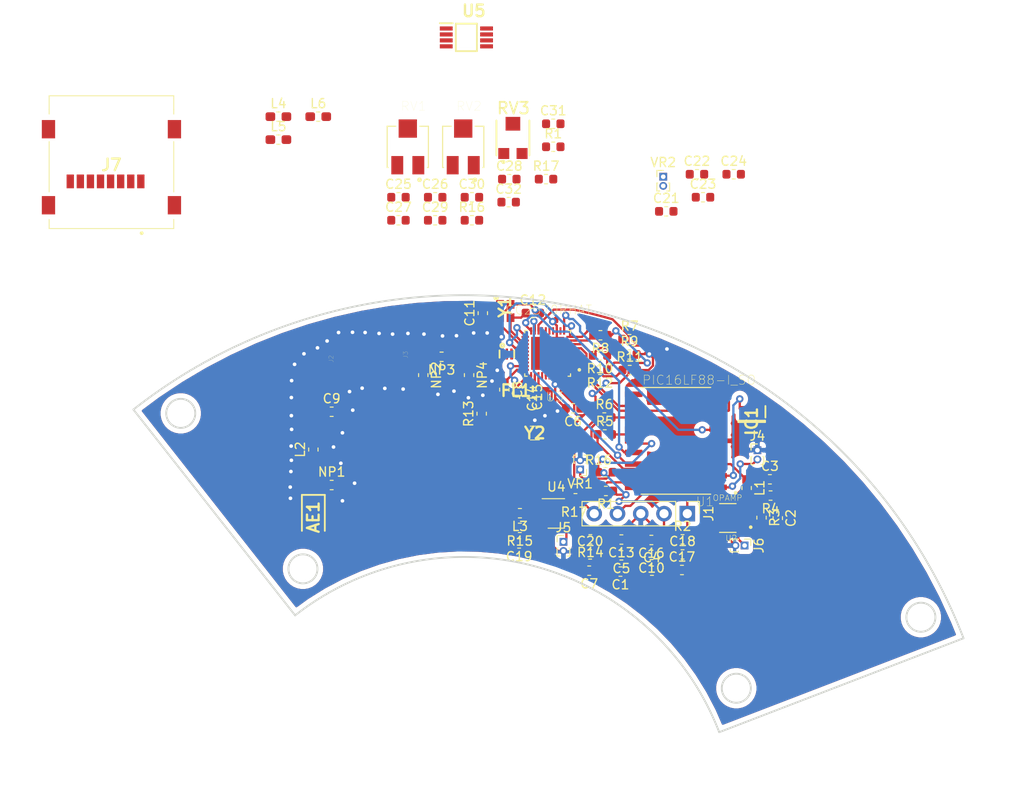
<source format=kicad_pcb>
(kicad_pcb (version 20171130) (host pcbnew "(5.1.4)-1")
  (layers (0 F.Cu signal) (31 B.Cu signal) (34 B.Paste user) (35 F.Paste user) (36 B.SilkS user) (37 F.SilkS user) (38 B.Mask user) (39 F.Mask user) (44 Edge.Cuts user))
  (net 0 "")
  (net 1 "Net-(AE1-Pad1)")
  (net 2 MCLR)
  (net 3 +3V3)
  (net 4 "Net-(C2-Pad1)")
  (net 5 "Net-(C9-Pad1)")
  (net 6 "Net-(FL1-Pad1)")
  (net 7 "Net-(J1-Pad5)")
  (net 8 "Net-(J1-Pad4)")
  (net 9 "Net-(J2-PadOUT)")
  (net 10 PGD)
  (net 11 PGC)
  (net 12 "Net-(U1-Pad9)")
  (net 13 GND)
  (net 14 PSout)
  (net 15 "Net-(C6-Pad1)")
  (net 16 "Net-(C8-Pad1)")
  (net 17 XOSC2)
  (net 18 XOSC1)
  (net 19 XOSC32K2)
  (net 20 XOSC32K1)
  (net 21 RFpos)
  (net 22 RFneg)
  (net 23 TempOut)
  (net 24 "Net-(J3-PadIN)")
  (net 25 Str1)
  (net 26 "Net-(R7-Pad1)")
  (net 27 "Net-(R10-Pad2)")
  (net 28 "Net-(R11-Pad1)")
  (net 29 Suspend)
  (net 30 Reset)
  (net 31 UARTrx)
  (net 32 UARTtx)
  (net 33 Sleep)
  (net 34 RTS)
  (net 35 "Net-(U3-Pad36)")
  (net 36 "Net-(U3-Pad34)")
  (net 37 "Net-(U3-Pad16)")
  (net 38 "Net-(U3-Pad15)")
  (net 39 "Net-(U3-Pad14)")
  (net 40 "Net-(U3-Pad12)")
  (net 41 "Net-(C19-Pad2)")
  (net 42 PotOut)
  (net 43 Vin)
  (net 44 "Net-(L3-Pad1)")
  (net 45 "Net-(J6-Pad1)")
  (net 46 Str2)
  (net 47 "Net-(U1-Pad17)")
  (net 48 Str+)
  (net 49 "Net-(C25-Pad1)")
  (net 50 SD_MOSI)
  (net 51 "Net-(C27-Pad1)")
  (net 52 MISO)
  (net 53 "Net-(C31-Pad1)")
  (net 54 SD_CLK)
  (net 55 MOSI)
  (net 56 SD_MISO)
  (net 57 SCK)
  (net 58 Str-)
  (net 59 "Net-(RV1-Pad2)")
  (net 60 "Net-(RV2-Pad2)")
  (net 61 "Net-(RV3-Pad1)")
  (net 62 "Net-(RV3-Pad2)")
  (net 63 "Net-(RV3-Pad3)")
  (net 64 "Net-(J7-Pad1)")
  (net 65 SD_CS)
  (net 66 "Net-(J7-Pad8)")
  (module DFFP-master:SD_472192001 (layer F.Cu) (at 97.3836 94.615)
    (fp_text reference J7 (at 0 0) (layer F.SilkS) (effects (font (size 1.27 1.27) (thickness 0.254))))
    (fp_text value 47219-2001 hide)
    (pad 1 smd rect (at 3.205 1.8) (size 0.8 1.5) (layers F.Cu F.Paste F.Mask) (net 64 "Net-(J7-Pad1)"))
    (pad 2 smd rect (at 2.105 1.8) (size 0.8 1.5) (layers F.Cu F.Paste F.Mask) (net 65 SD_CS))
    (pad 3 smd rect (at 1.005 1.8) (size 0.8 1.5) (layers F.Cu F.Paste F.Mask) (net 50 SD_MOSI))
    (pad 4 smd rect (at -0.095 1.8) (size 0.8 1.5) (layers F.Cu F.Paste F.Mask) (net 3 +3V3))
    (pad 5 smd rect (at -1.195 1.8) (size 0.8 1.5) (layers F.Cu F.Paste F.Mask) (net 54 SD_CLK))
    (pad 6 smd rect (at -2.295 1.8) (size 0.8 1.5) (layers F.Cu F.Paste F.Mask) (net 13 GND))
    (pad 7 smd rect (at -3.395 1.8) (size 0.8 1.5) (layers F.Cu F.Paste F.Mask) (net 56 SD_MISO))
    (pad 8 smd rect (at -4.495 1.8) (size 0.8 1.5) (layers F.Cu F.Paste F.Mask) (net 66 "Net-(J7-Pad8)"))
    (pad 9 smd rect (at -6.875 4.4) (size 1.45 2) (layers F.Cu F.Paste F.Mask) (net 13 GND))
    (pad 10 smd rect (at -6.875 -3.9) (size 1.45 2) (layers F.Cu F.Paste F.Mask) (net 13 GND))
    (pad 11 smd rect (at 6.875 -3.9) (size 1.45 2) (layers F.Cu F.Paste F.Mask) (net 13 GND))
    (pad 12 smd rect (at 6.875 4.4) (size 1.45 2) (layers F.Cu F.Paste F.Mask) (net 13 GND))
  )
  (module DFFP-master:INA333AIDGKR (layer F.Cu) (at 136.1313 80.6958)
    (fp_text reference U5 (at 0.8128 -2.8956) (layer F.SilkS) (effects (font (size 1.27 1.27) (thickness 0.254))))
    (fp_text value INA333AIDGKR hide)
    (pad 1 smd rect (at -2.2 -0.975 90) (size 0.45 1.4) (layers F.Cu F.Paste F.Mask) (net 61 "Net-(RV3-Pad1)"))
    (pad 2 smd rect (at -2.2 -0.325 90) (size 0.45 1.4) (layers F.Cu F.Paste F.Mask) (net 48 Str+))
    (pad 3 smd rect (at -2.2 0.325 90) (size 0.45 1.4) (layers F.Cu F.Paste F.Mask) (net 58 Str-))
    (pad 4 smd rect (at -2.2 0.975 90) (size 0.45 1.4) (layers F.Cu F.Paste F.Mask) (net 13 GND))
    (pad 5 smd rect (at 2.2 0.975 90) (size 0.45 1.4) (layers F.Cu F.Paste F.Mask) (net 13 GND))
    (pad 6 smd rect (at 2.2 0.325 90) (size 0.45 1.4) (layers F.Cu F.Paste F.Mask) (net 25 Str1))
    (pad 7 smd rect (at 2.2 -0.325 90) (size 0.45 1.4) (layers F.Cu F.Paste F.Mask) (net 3 +3V3))
    (pad 8 smd rect (at 2.2 -0.975 90) (size 0.45 1.4) (layers F.Cu F.Paste F.Mask) (net 63 "Net-(RV3-Pad3)"))
  )
  (module Inductor_SMD:L_0603_1608Metric_Pad1.05x0.95mm_HandSolder (layer F.Cu) (at 119.9581 89.3445)
    (fp_text reference L6 (at 0 -1.43) (layer F.SilkS))
    (fp_text value 0)
    (pad 2 smd roundrect (at 0.875 0) (size 1.05 0.95) (layers F.Cu F.Paste F.Mask) (net 54 SD_CLK))
    (pad 1 smd roundrect (at -0.875 0) (size 1.05 0.95) (layers F.Cu F.Paste F.Mask) (net 53 "Net-(C31-Pad1)"))
  )
  (module Inductor_SMD:L_0603_1608Metric_Pad1.05x0.95mm_HandSolder (layer F.Cu) (at 115.6081 91.8545)
    (fp_text reference L5 (at 0 -1.43) (layer F.SilkS))
    (fp_text value 0)
    (pad 2 smd roundrect (at 0.875 0) (size 1.05 0.95) (layers F.Cu F.Paste F.Mask) (net 52 MISO))
    (pad 1 smd roundrect (at -0.875 0) (size 1.05 0.95) (layers F.Cu F.Paste F.Mask) (net 51 "Net-(C27-Pad1)"))
  )
  (module Inductor_SMD:L_0603_1608Metric_Pad1.05x0.95mm_HandSolder (layer F.Cu) (at 115.6081 89.3445)
    (fp_text reference L4 (at 0 -1.43) (layer F.SilkS))
    (fp_text value 0)
    (pad 2 smd roundrect (at 0.875 0) (size 1.05 0.95) (layers F.Cu F.Paste F.Mask) (net 50 SD_MOSI))
    (pad 1 smd roundrect (at -0.875 0) (size 1.05 0.95) (layers F.Cu F.Paste F.Mask) (net 49 "Net-(C25-Pad1)"))
  )
  (module DFFP-master:TC33X-2_1 (layer F.Cu) (at 141.2095 91.670599)
    (fp_text reference RV3 (at 0.0508 -3.2512) (layer F.SilkS) (effects (font (size 1.27 1.27) (thickness 0.2))))
    (fp_text value "10k TRIM" hide)
    (pad 1 smd rect (at -1 1.7 90) (size 1.2 1.2) (layers F.Cu F.Paste F.Mask) (net 61 "Net-(RV3-Pad1)"))
    (pad 2 smd rect (at 0 -1.55 90) (size 1.5 1.6) (layers F.Cu F.Paste F.Mask) (net 62 "Net-(RV3-Pad2)"))
    (pad 3 smd rect (at 1 1.7 90) (size 1.2 1.2) (layers F.Cu F.Paste F.Mask) (net 63 "Net-(RV3-Pad3)"))
  )
  (module DFFP-master:TRIM_3314J-1-202E (layer F.Cu) (at 135.7845 92.6456)
    (fp_text reference RV2 (at 0.635 -4.445) (layer F.SilkS) (effects (font (thickness 0.015))))
    (fp_text value "500 TRIM")
    (pad 1 smd rect (at 1.15 2) (size 1.3 2) (layers F.Cu F.Paste F.Mask) (net 58 Str-))
    (pad 3 smd rect (at -1.15 2) (size 1.3 2) (layers F.Cu F.Paste F.Mask) (net 3 +3V3))
    (pad 2 smd rect (at 0 -2) (size 2 2) (layers F.Cu F.Paste F.Mask) (net 60 "Net-(RV2-Pad2)"))
  )
  (module DFFP-master:TRIM_3314J-1-202E (layer F.Cu) (at 129.7345 92.6456)
    (fp_text reference RV1 (at 0.635 -4.445) (layer F.SilkS) (effects (font (thickness 0.015))))
    (fp_text value "500 TRIM")
    (pad 1 smd rect (at 1.15 2) (size 1.3 2) (layers F.Cu F.Paste F.Mask) (net 13 GND))
    (pad 3 smd rect (at -1.15 2) (size 1.3 2) (layers F.Cu F.Paste F.Mask) (net 58 Str-))
    (pad 2 smd rect (at 0 -2) (size 2 2) (layers F.Cu F.Paste F.Mask) (net 59 "Net-(RV1-Pad2)"))
  )
  (module Resistor_SMD:R_0603_1608Metric (layer F.Cu) (at 144.8245 96.1656)
    (fp_text reference R17 (at 0 -1.43) (layer F.SilkS))
    (fp_text value 470)
    (pad 2 smd roundrect (at 0.7875 0) (size 0.875 0.95) (layers F.Cu F.Paste F.Mask) (net 57 SCK))
    (pad 1 smd roundrect (at -0.7875 0) (size 0.875 0.95) (layers F.Cu F.Paste F.Mask) (net 53 "Net-(C31-Pad1)"))
  )
  (module Resistor_SMD:R_0603_1608Metric (layer F.Cu) (at 136.7345 100.6556)
    (fp_text reference R16 (at 0 -1.43) (layer F.SilkS))
    (fp_text value 470)
    (pad 2 smd roundrect (at 0.7875 0) (size 0.875 0.95) (layers F.Cu F.Paste F.Mask) (net 56 SD_MISO))
    (pad 1 smd roundrect (at -0.7875 0) (size 0.875 0.95) (layers F.Cu F.Paste F.Mask) (net 51 "Net-(C27-Pad1)"))
  )
  (module Resistor_SMD:R_0603_1608Metric (layer F.Cu) (at 145.6145 92.6356)
    (fp_text reference R1 (at 0 -1.43) (layer F.SilkS))
    (fp_text value 470)
    (pad 2 smd roundrect (at 0.7875 0) (size 0.875 0.95) (layers F.Cu F.Paste F.Mask) (net 55 MOSI))
    (pad 1 smd roundrect (at -0.7875 0) (size 0.875 0.95) (layers F.Cu F.Paste F.Mask) (net 49 "Net-(C25-Pad1)"))
  )
  (module Capacitor_SMD:C_0603_1608Metric (layer F.Cu) (at 140.7445 98.6756)
    (fp_text reference C32 (at 0 -1.43) (layer F.SilkS))
    (fp_text value NP)
    (pad 2 smd roundrect (at 0.7875 0) (size 0.875 0.95) (layers F.Cu F.Paste F.Mask) (net 13 GND))
    (pad 1 smd roundrect (at -0.7875 0) (size 0.875 0.95) (layers F.Cu F.Paste F.Mask) (net 54 SD_CLK))
  )
  (module Capacitor_SMD:C_0603_1608Metric (layer F.Cu) (at 145.6145 90.1256)
    (fp_text reference C31 (at 0 -1.43) (layer F.SilkS))
    (fp_text value 330P)
    (pad 2 smd roundrect (at 0.7875 0) (size 0.875 0.95) (layers F.Cu F.Paste F.Mask) (net 13 GND))
    (pad 1 smd roundrect (at -0.7875 0) (size 0.875 0.95) (layers F.Cu F.Paste F.Mask) (net 53 "Net-(C31-Pad1)"))
  )
  (module Capacitor_SMD:C_0603_1608Metric (layer F.Cu) (at 136.7345 98.1456)
    (fp_text reference C30 (at 0 -1.43) (layer F.SilkS))
    (fp_text value 1n)
    (pad 2 smd roundrect (at 0.7875 0) (size 0.875 0.95) (layers F.Cu F.Paste F.Mask) (net 13 GND))
    (pad 1 smd roundrect (at -0.7875 0) (size 0.875 0.95) (layers F.Cu F.Paste F.Mask) (net 3 +3V3))
  )
  (module Capacitor_SMD:C_0603_1608Metric (layer F.Cu) (at 132.7245 100.6556)
    (fp_text reference C29 (at 0 -1.43) (layer F.SilkS))
    (fp_text value 100n)
    (pad 2 smd roundrect (at 0.7875 0) (size 0.875 0.95) (layers F.Cu F.Paste F.Mask) (net 13 GND))
    (pad 1 smd roundrect (at -0.7875 0) (size 0.875 0.95) (layers F.Cu F.Paste F.Mask) (net 3 +3V3))
  )
  (module Capacitor_SMD:C_0603_1608Metric (layer F.Cu) (at 140.8145 96.1656)
    (fp_text reference C28 (at 0 -1.43) (layer F.SilkS))
    (fp_text value NP)
    (pad 2 smd roundrect (at 0.7875 0) (size 0.875 0.95) (layers F.Cu F.Paste F.Mask) (net 13 GND))
    (pad 1 smd roundrect (at -0.7875 0) (size 0.875 0.95) (layers F.Cu F.Paste F.Mask) (net 52 MISO))
  )
  (module Capacitor_SMD:C_0603_1608Metric (layer F.Cu) (at 128.7145 100.6556)
    (fp_text reference C27 (at 0 -1.43) (layer F.SilkS))
    (fp_text value 330P)
    (pad 2 smd roundrect (at 0.7875 0) (size 0.875 0.95) (layers F.Cu F.Paste F.Mask) (net 13 GND))
    (pad 1 smd roundrect (at -0.7875 0) (size 0.875 0.95) (layers F.Cu F.Paste F.Mask) (net 51 "Net-(C27-Pad1)"))
  )
  (module Capacitor_SMD:C_0603_1608Metric (layer F.Cu) (at 132.7245 98.1456)
    (fp_text reference C26 (at 0 -1.43) (layer F.SilkS))
    (fp_text value NP)
    (pad 2 smd roundrect (at 0.7875 0) (size 0.875 0.95) (layers F.Cu F.Paste F.Mask) (net 13 GND))
    (pad 1 smd roundrect (at -0.7875 0) (size 0.875 0.95) (layers F.Cu F.Paste F.Mask) (net 50 SD_MOSI))
  )
  (module Capacitor_SMD:C_0603_1608Metric (layer F.Cu) (at 128.7145 98.1456)
    (fp_text reference C25 (at 0 -1.43) (layer F.SilkS))
    (fp_text value 330P)
    (pad 2 smd roundrect (at 0.7875 0) (size 0.875 0.95) (layers F.Cu F.Paste F.Mask) (net 13 GND))
    (pad 1 smd roundrect (at -0.7875 0) (size 0.875 0.95) (layers F.Cu F.Paste F.Mask) (net 49 "Net-(C25-Pad1)"))
  )
  (module Connector_PinHeader_1.00mm:PinHeader_1x02_P1.00mm_Vertical (layer F.Cu) (at 157.6199 95.9023)
    (fp_text reference VR2 (at 0 -1.56) (layer F.SilkS))
    (fp_text value "StrainG 350 ohm")
    (pad 2 thru_hole oval (at 0 1) (size 0.85 0.85) (drill 0.5) (layers *.Cu *.Mask) (net 48 Str+))
    (pad 1 thru_hole rect (at 0 0) (size 0.85 0.85) (drill 0.5) (layers *.Cu *.Mask) (net 3 +3V3))
  )
  (module Capacitor_SMD:C_0603_1608Metric (layer F.Cu) (at 165.3099 95.6323)
    (fp_text reference C24 (at 0 -1.43) (layer F.SilkS))
    (fp_text value 1uF)
    (pad 2 smd roundrect (at 0.7875 0) (size 0.875 0.95) (layers F.Cu F.Paste F.Mask) (net 13 GND))
    (pad 1 smd roundrect (at -0.7875 0) (size 0.875 0.95) (layers F.Cu F.Paste F.Mask) (net 23 TempOut))
  )
  (module Capacitor_SMD:C_0603_1608Metric (layer F.Cu) (at 161.9599 98.1423)
    (fp_text reference C23 (at 0 -1.43) (layer F.SilkS))
    (fp_text value .1uF)
    (pad 2 smd roundrect (at 0.7875 0) (size 0.875 0.95) (layers F.Cu F.Paste F.Mask) (net 13 GND))
    (pad 1 smd roundrect (at -0.7875 0) (size 0.875 0.95) (layers F.Cu F.Paste F.Mask) (net 3 +3V3))
  )
  (module Capacitor_SMD:C_0603_1608Metric (layer F.Cu) (at 161.2999 95.6323)
    (fp_text reference C22 (at 0 -1.43) (layer F.SilkS))
    (fp_text value 100n)
    (pad 2 smd roundrect (at 0.7875 0) (size 0.875 0.95) (layers F.Cu F.Paste F.Mask) (net 13 GND))
    (pad 1 smd roundrect (at -0.7875 0) (size 0.875 0.95) (layers F.Cu F.Paste F.Mask) (net 13 GND))
  )
  (module Capacitor_SMD:C_0603_1608Metric (layer F.Cu) (at 157.9499 99.6823)
    (fp_text reference C21 (at 0 -1.43) (layer F.SilkS))
    (fp_text value 100n)
    (pad 2 smd roundrect (at 0.7875 0) (size 0.875 0.95) (layers F.Cu F.Paste F.Mask) (net 13 GND))
    (pad 1 smd roundrect (at -0.7875 0) (size 0.875 0.95) (layers F.Cu F.Paste F.Mask) (net 3 +3V3))
  )
  (module QFN40P500X500X90-41N:QFN40P500X500X90-41N (layer F.Cu) (at 144.9998 115.1853 180)
    (fp_text reference U3 (at -0.77 -4.74) (layer F.SilkS) (effects (font (thickness 0.05))))
    (fp_text value CC2570RHAT (at -0.135 4.74) (layer F.SilkS) (effects (font (thickness 0.05))))
    (pad 41 smd rect (at 0 0 180) (size 3.6 3.6) (layers F.Cu F.Paste F.Mask) (net 13 GND))
    (pad 30 smd rect (at 2.45 -1.8 180) (size 0.81 0.22) (layers F.Cu F.Paste F.Mask) (net 16 "Net-(C8-Pad1)"))
    (pad 29 smd rect (at 2.45 -1.4 180) (size 0.81 0.22) (layers F.Cu F.Paste F.Mask) (net 3 +3V3))
    (pad 28 smd rect (at 2.45 -1 180) (size 0.81 0.22) (layers F.Cu F.Paste F.Mask) (net 3 +3V3))
    (pad 27 smd rect (at 2.45 -0.6 180) (size 0.81 0.22) (layers F.Cu F.Paste F.Mask) (net 3 +3V3))
    (pad 26 smd rect (at 2.45 -0.2 180) (size 0.81 0.22) (layers F.Cu F.Paste F.Mask) (net 22 RFneg))
    (pad 25 smd rect (at 2.45 0.2 180) (size 0.81 0.22) (layers F.Cu F.Paste F.Mask) (net 21 RFpos))
    (pad 24 smd rect (at 2.45 0.6 180) (size 0.81 0.22) (layers F.Cu F.Paste F.Mask) (net 3 +3V3))
    (pad 23 smd rect (at 2.45 1 180) (size 0.81 0.22) (layers F.Cu F.Paste F.Mask) (net 17 XOSC2))
    (pad 22 smd rect (at 2.45 1.4 180) (size 0.81 0.22) (layers F.Cu F.Paste F.Mask) (net 18 XOSC1))
    (pad 21 smd rect (at 2.45 1.8 180) (size 0.81 0.22) (layers F.Cu F.Paste F.Mask) (net 3 +3V3))
    (pad 10 smd rect (at -2.45 1.8 180) (size 0.81 0.22) (layers F.Cu F.Paste F.Mask) (net 3 +3V3))
    (pad 9 smd rect (at -2.45 1.4 180) (size 0.81 0.22) (layers F.Cu F.Paste F.Mask) (net 26 "Net-(R7-Pad1)"))
    (pad 8 smd rect (at -2.45 1 180) (size 0.81 0.22) (layers F.Cu F.Paste F.Mask) (net 27 "Net-(R10-Pad2)"))
    (pad 7 smd rect (at -2.45 0.6 180) (size 0.81 0.22) (layers F.Cu F.Paste F.Mask) (net 28 "Net-(R11-Pad1)"))
    (pad 6 smd rect (at -2.45 0.2 180) (size 0.81 0.22) (layers F.Cu F.Paste F.Mask) (net 31 UARTrx))
    (pad 5 smd rect (at -2.45 -0.2 180) (size 0.81 0.22) (layers F.Cu F.Paste F.Mask) (net 32 UARTtx))
    (pad 4 smd rect (at -2.45 -0.6 180) (size 0.81 0.22) (layers F.Cu F.Paste F.Mask) (net 13 GND))
    (pad 3 smd rect (at -2.45 -1 180) (size 0.81 0.22) (layers F.Cu F.Paste F.Mask) (net 13 GND))
    (pad 2 smd rect (at -2.45 -1.4 180) (size 0.81 0.22) (layers F.Cu F.Paste F.Mask) (net 13 GND))
    (pad 1 smd rect (at -2.45 -1.8 180) (size 0.81 0.22) (layers F.Cu F.Paste F.Mask) (net 13 GND))
    (pad 40 smd rect (at -1.8 -2.45 270) (size 0.81 0.22) (layers F.Cu F.Paste F.Mask) (net 15 "Net-(C6-Pad1)"))
    (pad 39 smd rect (at -1.4 -2.45 270) (size 0.81 0.22) (layers F.Cu F.Paste F.Mask) (net 3 +3V3))
    (pad 38 smd rect (at -1 -2.45 270) (size 0.81 0.22) (layers F.Cu F.Paste F.Mask) (net 13 GND))
    (pad 37 smd rect (at -0.6 -2.45 270) (size 0.81 0.22) (layers F.Cu F.Paste F.Mask) (net 13 GND))
    (pad 36 smd rect (at -0.2 -2.45 270) (size 0.81 0.22) (layers F.Cu F.Paste F.Mask) (net 35 "Net-(U3-Pad36)"))
    (pad 35 smd rect (at 0.2 -2.45 270) (size 0.81 0.22) (layers F.Cu F.Paste F.Mask) (net 13 GND))
    (pad 34 smd rect (at 0.6 -2.45 270) (size 0.81 0.22) (layers F.Cu F.Paste F.Mask) (net 36 "Net-(U3-Pad34)"))
    (pad 33 smd rect (at 1 -2.45 270) (size 0.81 0.22) (layers F.Cu F.Paste F.Mask) (net 19 XOSC32K2))
    (pad 32 smd rect (at 1.4 -2.45 270) (size 0.81 0.22) (layers F.Cu F.Paste F.Mask) (net 20 XOSC32K1))
    (pad 31 smd rect (at 1.8 -2.45 270) (size 0.81 0.22) (layers F.Cu F.Paste F.Mask) (net 3 +3V3))
    (pad 20 smd rect (at 1.8 2.45 270) (size 0.81 0.22) (layers F.Cu F.Paste F.Mask) (net 30 Reset))
    (pad 19 smd rect (at 1.4 2.45 270) (size 0.81 0.22) (layers F.Cu F.Paste F.Mask) (net 29 Suspend))
    (pad 18 smd rect (at 1 2.45 270) (size 0.81 0.22) (layers F.Cu F.Paste F.Mask) (net 33 Sleep))
    (pad 17 smd rect (at 0.6 2.45 270) (size 0.81 0.22) (layers F.Cu F.Paste F.Mask) (net 13 GND))
    (pad 16 smd rect (at 0.2 2.45 270) (size 0.81 0.22) (layers F.Cu F.Paste F.Mask) (net 37 "Net-(U3-Pad16)"))
    (pad 15 smd rect (at -0.2 2.45 270) (size 0.81 0.22) (layers F.Cu F.Paste F.Mask) (net 38 "Net-(U3-Pad15)"))
    (pad 14 smd rect (at -0.6 2.45 270) (size 0.81 0.22) (layers F.Cu F.Paste F.Mask) (net 39 "Net-(U3-Pad14)"))
    (pad 13 smd rect (at -1 2.45 270) (size 0.81 0.22) (layers F.Cu F.Paste F.Mask) (net 13 GND))
    (pad 12 smd rect (at -1.4 2.45 270) (size 0.81 0.22) (layers F.Cu F.Paste F.Mask) (net 40 "Net-(U3-Pad12)"))
    (pad 11 smd rect (at -1.8 2.45 270) (size 0.81 0.22) (layers F.Cu F.Paste F.Mask) (net 34 RTS))
  )
  (module Connector_PinHeader_1.00mm:PinHeader_1x02_P1.00mm_Vertical (layer F.Cu) (at 148.5498 127.8603 180)
    (fp_text reference VR1 (at 0 -1.56) (layer F.SilkS))
    (fp_text value "StrainG 350 ohm")
    (pad 2 thru_hole oval (at 0 1 180) (size 0.85 0.85) (drill 0.5) (layers *.Cu *.Mask) (net 13 GND))
    (pad 1 thru_hole rect (at 0 0 180) (size 0.85 0.85) (drill 0.5) (layers *.Cu *.Mask) (net 48 Str+))
  )
  (module Package_TO_SOT_SMD:SOT-23-5 (layer F.Cu) (at 145.9498 132.6603)
    (fp_text reference U4 (at 0 -2.9) (layer F.SilkS))
    (fp_text value AP3428KTTR)
    (pad 5 smd rect (at 1.1 -0.95) (size 1.06 0.65) (layers F.Cu F.Paste F.Mask) (net 3 +3V3))
    (pad 4 smd rect (at 1.1 0.95) (size 1.06 0.65) (layers F.Cu F.Paste F.Mask) (net 43 Vin))
    (pad 3 smd rect (at -1.1 0.95) (size 1.06 0.65) (layers F.Cu F.Paste F.Mask) (net 44 "Net-(L3-Pad1)"))
    (pad 2 smd rect (at -1.1 0) (size 1.06 0.65) (layers F.Cu F.Paste F.Mask) (net 13 GND))
    (pad 1 smd rect (at -1.1 -0.95) (size 1.06 0.65) (layers F.Cu F.Paste F.Mask) (net 43 Vin))
  )
  (module FA-128_32.0000MF20X-K3:FA128 (layer F.Cu) (at 140.3748 110.5603 270)
    (fp_text reference Y1 (at -0.441 0.044 90) (layer F.SilkS) (effects (font (size 1.27 1.27) (thickness 0.254))))
    (fp_text value Crystal_GND24 hide)
    (pad 4 smd rect (at -0.725 -0.575) (size 0.85 0.95) (layers F.Cu F.Paste F.Mask) (net 13 GND))
    (pad 3 smd rect (at 0.725 -0.575) (size 0.85 0.95) (layers F.Cu F.Paste F.Mask) (net 18 XOSC1))
    (pad 2 smd rect (at 0.725 0.575) (size 0.85 0.95) (layers F.Cu F.Paste F.Mask) (net 13 GND))
    (pad 1 smd rect (at -0.725 0.575) (size 0.85 0.95) (layers F.Cu F.Paste F.Mask) (net 17 XOSC2))
  )
  (module Resistor_SMD:R_0603_1608Metric (layer F.Cu) (at 169.3373 130.7103 180)
    (fp_text reference R4 (at 0 -1.43) (layer F.SilkS))
    (fp_text value 10kOhm)
    (pad 2 smd roundrect (at 0.7875 0 180) (size 0.875 0.95) (layers F.Cu F.Paste F.Mask) (net 14 PSout))
    (pad 1 smd roundrect (at -0.7875 0 180) (size 0.875 0.95) (layers F.Cu F.Paste F.Mask) (net 13 GND))
  )
  (module Capacitor_SMD:C_0603_1608Metric (layer F.Cu) (at 121.4248 121.5603)
    (fp_text reference C9 (at 0 -1.43) (layer F.SilkS))
    (fp_text value "1.5 pf")
    (pad 2 smd roundrect (at 0.7875 0) (size 0.875 0.95) (layers F.Cu F.Paste F.Mask) (net 13 GND))
    (pad 1 smd roundrect (at -0.7875 0) (size 0.875 0.95) (layers F.Cu F.Paste F.Mask) (net 5 "Net-(C9-Pad1)"))
  )
  (module LM60CIM3_NOPB:SOT95P237X112-3N (layer F.Cu) (at 167.2748 122.6103 270)
    (fp_text reference IC1 (at 0 0 90) (layer F.SilkS) (effects (font (size 1.27 1.27) (thickness 0.254))))
    (fp_text value LM60CIM3_NOPB hide)
    (pad 3 smd rect (at 1.05 0) (size 0.6 1.25) (layers F.Cu F.Paste F.Mask) (net 13 GND))
    (pad 2 smd rect (at -1.05 0.95) (size 0.6 1.25) (layers F.Cu F.Paste F.Mask) (net 23 TempOut))
    (pad 1 smd rect (at -1.05 -0.95) (size 0.6 1.25) (layers F.Cu F.Paste F.Mask) (net 3 +3V3))
  )
  (module Capacitor_SMD:C_0603_1608Metric (layer F.Cu) (at 156.3873 138.9103)
    (fp_text reference C4 (at 0 -1.43) (layer F.SilkS))
    (fp_text value 100n)
    (pad 2 smd roundrect (at 0.7875 0) (size 0.875 0.95) (layers F.Cu F.Paste F.Mask) (net 13 GND))
    (pad 1 smd roundrect (at -0.7875 0) (size 0.875 0.95) (layers F.Cu F.Paste F.Mask) (net 3 +3V3))
  )
  (module Inductor_SMD:L_0603_1608Metric_Pad1.05x0.95mm_HandSolder (layer F.Cu) (at 133.4248 115.5603 180)
    (fp_text reference NP3 (at 0 -1.43) (layer F.SilkS))
    (fp_text value ?)
    (pad 2 smd roundrect (at 0.875 0 180) (size 1.05 0.95) (layers F.Cu F.Paste F.Mask) (net 24 "Net-(J3-PadIN)"))
    (pad 1 smd roundrect (at -0.875 0 180) (size 1.05 0.95) (layers F.Cu F.Paste F.Mask) (net 6 "Net-(FL1-Pad1)"))
  )
  (module Inductor_SMD:L_0603_1608Metric_Pad1.05x0.95mm_HandSolder (layer F.Cu) (at 166.7248 129.8853 270)
    (fp_text reference L1 (at 0 -1.43 90) (layer F.SilkS))
    (fp_text value 2.2uH)
    (pad 2 smd roundrect (at 0.875 0 270) (size 1.05 0.95) (layers F.Cu F.Paste F.Mask) (net 4 "Net-(C2-Pad1)"))
    (pad 1 smd roundrect (at -0.875 0 270) (size 1.05 0.95) (layers F.Cu F.Paste F.Mask) (net 14 PSout))
  )
  (module Capacitor_SMD:C_0603_1608Metric (layer F.Cu) (at 169.2623 128.9353)
    (fp_text reference C3 (at 0 -1.43) (layer F.SilkS))
    (fp_text value 2.2uF)
    (pad 2 smd roundrect (at 0.7875 0) (size 0.875 0.95) (layers F.Cu F.Paste F.Mask) (net 13 GND))
    (pad 1 smd roundrect (at -0.7875 0) (size 0.875 0.95) (layers F.Cu F.Paste F.Mask) (net 14 PSout))
  )
  (module Connector_PinHeader_2.54mm:PinHeader_1x05_P2.54mm_Vertical (layer F.Cu) (at 160.2448 132.6853 270)
    (fp_text reference J1 (at 0 -2.33 90) (layer F.SilkS))
    (fp_text value Conn_01x05)
    (pad 5 thru_hole oval (at 0 10.16 270) (size 1.7 1.7) (drill 1) (layers *.Cu *.Mask) (net 7 "Net-(J1-Pad5)"))
    (pad 4 thru_hole oval (at 0 7.62 270) (size 1.7 1.7) (drill 1) (layers *.Cu *.Mask) (net 8 "Net-(J1-Pad4)"))
    (pad 3 thru_hole oval (at 0 5.08 270) (size 1.7 1.7) (drill 1) (layers *.Cu *.Mask) (net 13 GND))
    (pad 2 thru_hole oval (at 0 2.54 270) (size 1.7 1.7) (drill 1) (layers *.Cu *.Mask) (net 3 +3V3))
    (pad 1 thru_hole rect (at 0 0 270) (size 1.7 1.7) (drill 1) (layers *.Cu *.Mask) (net 2 MCLR))
  )
  (module Capacitor_SMD:C_0603_1608Metric (layer F.Cu) (at 131.4248 117.5603 270)
    (fp_text reference NP2 (at 0 -1.43 90) (layer F.SilkS))
    (fp_text value ?)
    (pad 2 smd roundrect (at 0.7875 0 270) (size 0.875 0.95) (layers F.Cu F.Paste F.Mask) (net 13 GND))
    (pad 1 smd roundrect (at -0.7875 0 270) (size 0.875 0.95) (layers F.Cu F.Paste F.Mask) (net 24 "Net-(J3-PadIN)"))
  )
  (module LFB182G45BG2D280:LFB182G45BG5D920_1 (layer F.Cu) (at 140.5498 115.2603 180)
    (fp_text reference FL1 (at -1 -4) (layer F.SilkS) (effects (font (size 1.27 1.27) (thickness 0.254))))
    (fp_text value LFB182G45BG2D280 hide)
    (pad 6 smd rect (at 0.5 -0.4 180) (size 0.25 0.4) (layers F.Cu F.Paste F.Mask) (net 13 GND))
    (pad 5 smd rect (at 0 -0.4 180) (size 0.25 0.4) (layers F.Cu F.Paste F.Mask) (net 13 GND))
    (pad 4 smd rect (at -0.5 -0.4 180) (size 0.25 0.4) (layers F.Cu F.Paste F.Mask) (net 22 RFneg))
    (pad 3 smd rect (at -0.5 0.4 180) (size 0.25 0.4) (layers F.Cu F.Paste F.Mask) (net 21 RFpos))
    (pad 2 smd rect (at 0 0.4 180) (size 0.25 0.4) (layers F.Cu F.Paste F.Mask) (net 13 GND))
    (pad 1 smd rect (at 0.5 0.4 180) (size 0.25 0.4) (layers F.Cu F.Paste F.Mask) (net 6 "Net-(FL1-Pad1)"))
  )
  (module MCP6001T-I_OT:SOT95P270X145-5N (layer F.Cu) (at 164.6698 133.1603 180)
    (fp_text reference U2 (at -0.3744 -2.2064) (layer F.SilkS) (effects (font (size 0.64 0.64) (thickness 0.05))))
    (fp_text value OPAMP (at 0.032 2.1936) (layer F.SilkS) (effects (font (size 0.64 0.64) (thickness 0.05))))
    (pad 5 smd rect (at 1.145 -0.95 180) (size 1.61 0.59) (layers F.Cu F.Paste F.Mask) (net 13 GND))
    (pad 4 smd rect (at 1.145 0.95 180) (size 1.61 0.59) (layers F.Cu F.Paste F.Mask) (net 3 +3V3))
    (pad 3 smd rect (at -1.145 0.95 180) (size 1.61 0.59) (layers F.Cu F.Paste F.Mask) (net 4 "Net-(C2-Pad1)"))
    (pad 2 smd rect (at -1.145 0 180) (size 1.61 0.59) (layers F.Cu F.Paste F.Mask) (net 13 GND))
    (pad 1 smd rect (at -1.145 -0.95 180) (size 1.61 0.59) (layers F.Cu F.Paste F.Mask) (net 45 "Net-(J6-Pad1)"))
  )
  (module Resistor_SMD:R_0603_1608Metric (layer F.Cu) (at 168.3498 133.1228 270)
    (fp_text reference R3 (at 0 -1.43 90) (layer F.SilkS))
    (fp_text value "9 MOmhs")
    (pad 2 smd roundrect (at 0.7875 0 270) (size 0.875 0.95) (layers F.Cu F.Paste F.Mask) (net 45 "Net-(J6-Pad1)"))
    (pad 1 smd roundrect (at -0.7875 0 270) (size 0.875 0.95) (layers F.Cu F.Paste F.Mask) (net 4 "Net-(C2-Pad1)"))
  )
  (module CM7V-T1A_32.768KHZ_12.5PF_20PP:CM7VT1A32768KHZ125PF20PPMTAQC (layer F.Cu) (at 143.5998 123.8853 180)
    (fp_text reference Y2 (at 0 0) (layer F.SilkS) (effects (font (size 1.27 1.27) (thickness 0.254))))
    (fp_text value Crystal hide)
    (pad 2 smd rect (at 1.25 0 180) (size 1 1.8) (layers F.Cu F.Paste F.Mask) (net 20 XOSC32K1))
    (pad 1 smd rect (at -1.25 0 180) (size 1 1.8) (layers F.Cu F.Paste F.Mask) (net 19 XOSC32K2))
  )
  (module Inductor_SMD:L_0603_1608Metric_Pad1.05x0.95mm_HandSolder (layer F.Cu) (at 119.4248 125.6853 90)
    (fp_text reference L2 (at 0 -1.43 90) (layer F.SilkS))
    (fp_text value "3.9 nH")
    (pad 2 smd roundrect (at 0.875 0 90) (size 1.05 0.95) (layers F.Cu F.Paste F.Mask) (net 5 "Net-(C9-Pad1)"))
    (pad 1 smd roundrect (at -0.875 0 90) (size 1.05 0.95) (layers F.Cu F.Paste F.Mask) (net 1 "Net-(AE1-Pad1)"))
  )
  (module Capacitor_SMD:C_0603_1608Metric (layer F.Cu) (at 136.4248 117.5603 270)
    (fp_text reference NP4 (at 0 -1.43 90) (layer F.SilkS))
    (fp_text value ?)
    (pad 2 smd roundrect (at 0.7875 0 270) (size 0.875 0.95) (layers F.Cu F.Paste F.Mask) (net 13 GND))
    (pad 1 smd roundrect (at -0.7875 0 270) (size 0.875 0.95) (layers F.Cu F.Paste F.Mask) (net 6 "Net-(FL1-Pad1)"))
  )
  (module Resistor_SMD:R_0603_1608Metric (layer F.Cu) (at 150.7123 116.9853 180)
    (fp_text reference R12 (at 0 -1.43) (layer F.SilkS))
    (fp_text value 0)
    (pad 2 smd roundrect (at 0.7875 0 180) (size 0.875 0.95) (layers F.Cu F.Paste F.Mask) (net 28 "Net-(R11-Pad1)"))
    (pad 1 smd roundrect (at -0.7875 0 180) (size 0.875 0.95) (layers F.Cu F.Paste F.Mask) (net 3 +3V3))
  )
  (module Resistor_SMD:R_0603_1608Metric (layer F.Cu) (at 153.9623 117.0103)
    (fp_text reference R11 (at 0 -1.43) (layer F.SilkS))
    (fp_text value 100k)
    (pad 2 smd roundrect (at 0.7875 0) (size 0.875 0.95) (layers F.Cu F.Paste F.Mask) (net 13 GND))
    (pad 1 smd roundrect (at -0.7875 0) (size 0.875 0.95) (layers F.Cu F.Paste F.Mask) (net 28 "Net-(R11-Pad1)"))
  )
  (module Resistor_SMD:R_0603_1608Metric (layer F.Cu) (at 150.7123 115.4103 180)
    (fp_text reference R10 (at 0 -1.43) (layer F.SilkS))
    (fp_text value 0)
    (pad 2 smd roundrect (at 0.7875 0 180) (size 0.875 0.95) (layers F.Cu F.Paste F.Mask) (net 27 "Net-(R10-Pad2)"))
    (pad 1 smd roundrect (at -0.7875 0 180) (size 0.875 0.95) (layers F.Cu F.Paste F.Mask) (net 3 +3V3))
  )
  (module Capacitor_SMD:C_0603_1608Metric (layer F.Cu) (at 149.6373 137.1353)
    (fp_text reference C20 (at 0 -1.43) (layer F.SilkS))
    (fp_text value 10uF)
    (pad 2 smd roundrect (at 0.7875 0) (size 0.875 0.95) (layers F.Cu F.Paste F.Mask) (net 13 GND))
    (pad 1 smd roundrect (at -0.7875 0) (size 0.875 0.95) (layers F.Cu F.Paste F.Mask) (net 3 +3V3))
  )
  (module Resistor_SMD:R_0603_1608Metric (layer F.Cu) (at 149.6623 135.4853 180)
    (fp_text reference R14 (at 0 -1.43) (layer F.SilkS))
    (fp_text value 100k)
    (pad 2 smd roundrect (at 0.7875 0 180) (size 0.875 0.95) (layers F.Cu F.Paste F.Mask) (net 3 +3V3))
    (pad 1 smd roundrect (at -0.7875 0 180) (size 0.875 0.95) (layers F.Cu F.Paste F.Mask) (net 13 GND))
  )
  (module Resistor_SMD:R_0603_1608Metric (layer F.Cu) (at 137.7998 121.7728 90)
    (fp_text reference R13 (at 0 -1.43 90) (layer F.SilkS))
    (fp_text value 56k)
    (pad 2 smd roundrect (at 0.7875 0 90) (size 0.875 0.95) (layers F.Cu F.Paste F.Mask) (net 16 "Net-(C8-Pad1)"))
    (pad 1 smd roundrect (at -0.7875 0 90) (size 0.875 0.95) (layers F.Cu F.Paste F.Mask) (net 13 GND))
  )
  (module Resistor_SMD:R_0603_1608Metric (layer F.Cu) (at 141.9623 134.2353 180)
    (fp_text reference R15 (at 0 -1.43) (layer F.SilkS))
    (fp_text value 450k)
    (pad 2 smd roundrect (at 0.7875 0 180) (size 0.875 0.95) (layers F.Cu F.Paste F.Mask) (net 41 "Net-(C19-Pad2)"))
    (pad 1 smd roundrect (at -0.7875 0 180) (size 0.875 0.95) (layers F.Cu F.Paste F.Mask) (net 3 +3V3))
  )
  (module Inductor_SMD:L_0603_1608Metric_Pad1.05x0.95mm_HandSolder (layer F.Cu) (at 141.9748 132.6353 180)
    (fp_text reference L3 (at 0 -1.43) (layer F.SilkS))
    (fp_text value 2.2uH)
    (pad 2 smd roundrect (at 0.875 0 180) (size 1.05 0.95) (layers F.Cu F.Paste F.Mask) (net 41 "Net-(C19-Pad2)"))
    (pad 1 smd roundrect (at -0.875 0 180) (size 1.05 0.95) (layers F.Cu F.Paste F.Mask) (net 44 "Net-(L3-Pad1)"))
  )
  (module Capacitor_SMD:C_0603_1608Metric (layer F.Cu) (at 170.1248 133.1728 270)
    (fp_text reference C2 (at 0 -1.43 90) (layer F.SilkS))
    (fp_text value 1nF)
    (pad 2 smd roundrect (at 0.7875 0 270) (size 0.875 0.95) (layers F.Cu F.Paste F.Mask) (net 13 GND))
    (pad 1 smd roundrect (at -0.7875 0 270) (size 0.875 0.95) (layers F.Cu F.Paste F.Mask) (net 4 "Net-(C2-Pad1)"))
  )
  (module Resistor_SMD:R_0603_1608Metric (layer F.Cu) (at 151.3123 128.1603)
    (fp_text reference R16 (at -0.7625 -1.325) (layer F.SilkS))
    (fp_text value R)
    (pad 2 smd roundrect (at 0.7875 0) (size 0.875 0.95) (layers F.Cu F.Paste F.Mask) (net 46 Str2))
    (pad 1 smd roundrect (at -0.7875 0) (size 0.875 0.95) (layers F.Cu F.Paste F.Mask) (net 3 +3V3))
  )
  (module Connector_PinHeader_1.00mm:PinHeader_1x02_P1.00mm_Vertical (layer F.Cu) (at 166.4998 136.1603 270)
    (fp_text reference J6 (at 0 -1.56 90) (layer F.SilkS))
    (fp_text value Conn_01x02_Male)
    (pad 2 thru_hole oval (at 0 1 270) (size 0.85 0.85) (drill 0.5) (layers *.Cu *.Mask) (net 13 GND))
    (pad 1 thru_hole rect (at 0 0 270) (size 0.85 0.85) (drill 0.5) (layers *.Cu *.Mask) (net 45 "Net-(J6-Pad1)"))
  )
  (module MASA_Library:MURATA_MM8130-2600RA2 (layer F.Cu) (at 127.4248 115.5603 270)
    (fp_text reference J3 (at -0.226563 -2.059884 90) (layer F.SilkS) (effects (font (size 0.481187 0.481187) (thickness 0.015))))
    (fp_text value MM8130-2600RA2)
    (pad GND1 smd rect (at -1.025 -0.95 270) (size 0.75 0.8) (layers F.Cu) (net 13 GND))
    (pad GND2 smd rect (at 1.025 -0.95 270) (size 0.75 0.8) (layers F.Cu) (net 13 GND))
    (pad GND3 smd rect (at -1.025 0.95 270) (size 0.75 0.8) (layers F.Cu) (net 13 GND))
    (pad GND4 smd rect (at 1.025 0.95 270) (size 0.75 0.8) (layers F.Cu) (net 13 GND))
    (pad IN smd rect (at 0 -1.16 270) (size 0.5 0.58) (layers F.Cu) (net 24 "Net-(J3-PadIN)"))
    (pad OUT smd rect (at 0 1.16 270) (size 0.5 0.58) (layers F.Cu) (net 9 "Net-(J2-PadOUT)"))
  )
  (module Resistor_SMD:R_0603_1608Metric (layer F.Cu) (at 150.7623 113.2103 180)
    (fp_text reference R8 (at 0 -1.43) (layer F.SilkS))
    (fp_text value 0)
    (pad 2 smd roundrect (at 0.7875 0 180) (size 0.875 0.95) (layers F.Cu F.Paste F.Mask) (net 26 "Net-(R7-Pad1)"))
    (pad 1 smd roundrect (at -0.7875 0 180) (size 0.875 0.95) (layers F.Cu F.Paste F.Mask) (net 3 +3V3))
  )
  (module Resistor_SMD:R_0603_1608Metric (layer F.Cu) (at 159.7248 135.4853)
    (fp_text reference R2 (at 0 -1.43) (layer F.SilkS))
    (fp_text value 10k)
    (pad 2 smd roundrect (at 0.7875 0) (size 0.875 0.95) (layers F.Cu F.Paste F.Mask) (net 3 +3V3))
    (pad 1 smd roundrect (at -0.7875 0) (size 0.875 0.95) (layers F.Cu F.Paste F.Mask) (net 2 MCLR))
  )
  (module Connector_PinHeader_1.00mm:PinHeader_1x02_P1.00mm_Vertical (layer F.Cu) (at 146.7248 135.7603)
    (fp_text reference J5 (at 0 -1.56) (layer F.SilkS))
    (fp_text value Conn_01x02_Male)
    (pad 2 thru_hole oval (at 0 1) (size 0.85 0.85) (drill 0.5) (layers *.Cu *.Mask) (net 13 GND))
    (pad 1 thru_hole rect (at 0 0) (size 0.85 0.85) (drill 0.5) (layers *.Cu *.Mask) (net 43 Vin))
  )
  (module PIC16LF88-I_SO:SOIC127P1030X265-18N (layer F.Cu) (at 158.9998 124.7353 180)
    (fp_text reference U1 (at -3.17 -6.637) (layer F.SilkS) (effects (font (thickness 0.05))))
    (fp_text value PIC16LF88-I_SO (at -2.535 6.637) (layer F.SilkS) (effects (font (thickness 0.05))))
    (pad 18 smd rect (at 4.61 -5.08 180) (size 1.91 0.6) (layers F.Cu F.Paste F.Mask) (net 25 Str1))
    (pad 17 smd rect (at 4.61 -3.81 180) (size 1.91 0.6) (layers F.Cu F.Paste F.Mask) (net 47 "Net-(U1-Pad17)"))
    (pad 16 smd rect (at 4.61 -2.54 180) (size 1.91 0.6) (layers F.Cu F.Paste F.Mask) (net 29 Suspend))
    (pad 15 smd rect (at 4.61 -1.27 180) (size 1.91 0.6) (layers F.Cu F.Paste F.Mask) (net 30 Reset))
    (pad 14 smd rect (at 4.61 0 180) (size 1.91 0.6) (layers F.Cu F.Paste F.Mask) (net 3 +3V3))
    (pad 13 smd rect (at 4.61 1.27 180) (size 1.91 0.6) (layers F.Cu F.Paste F.Mask) (net 10 PGD))
    (pad 12 smd rect (at 4.61 2.54 180) (size 1.91 0.6) (layers F.Cu F.Paste F.Mask) (net 11 PGC))
    (pad 11 smd rect (at 4.61 3.81 180) (size 1.91 0.6) (layers F.Cu F.Paste F.Mask) (net 31 UARTrx))
    (pad 10 smd rect (at 4.61 5.08 180) (size 1.91 0.6) (layers F.Cu F.Paste F.Mask) (net 57 SCK))
    (pad 9 smd rect (at -4.61 5.08 180) (size 1.91 0.6) (layers F.Cu F.Paste F.Mask) (net 12 "Net-(U1-Pad9)"))
    (pad 8 smd rect (at -4.61 3.81 180) (size 1.91 0.6) (layers F.Cu F.Paste F.Mask) (net 32 UARTtx))
    (pad 7 smd rect (at -4.61 2.54 180) (size 1.91 0.6) (layers F.Cu F.Paste F.Mask) (net 33 Sleep))
    (pad 6 smd rect (at -4.61 1.27 180) (size 1.91 0.6) (layers F.Cu F.Paste F.Mask) (net 34 RTS))
    (pad 5 smd rect (at -4.61 0 180) (size 1.91 0.6) (layers F.Cu F.Paste F.Mask) (net 13 GND))
    (pad 4 smd rect (at -4.61 -1.27 180) (size 1.91 0.6) (layers F.Cu F.Paste F.Mask) (net 2 MCLR))
    (pad 3 smd rect (at -4.61 -2.54 180) (size 1.91 0.6) (layers F.Cu F.Paste F.Mask) (net 14 PSout))
    (pad 2 smd rect (at -4.61 -3.81 180) (size 1.91 0.6) (layers F.Cu F.Paste F.Mask) (net 23 TempOut))
    (pad 1 smd rect (at -4.61 -5.08 180) (size 1.91 0.6) (layers F.Cu F.Paste F.Mask) (net 42 PotOut))
  )
  (module Connector_PinHeader_1.00mm:PinHeader_1x02_P1.00mm_Vertical (layer F.Cu) (at 167.8998 125.7603)
    (fp_text reference J4 (at 0 -1.56) (layer F.SilkS))
    (fp_text value "Rotary Encoder")
    (pad 2 thru_hole oval (at 0 1) (size 0.85 0.85) (drill 0.5) (layers *.Cu *.Mask) (net 42 PotOut))
    (pad 1 thru_hole rect (at 0 0) (size 0.85 0.85) (drill 0.5) (layers *.Cu *.Mask) (net 13 GND))
  )
  (module Capacitor_SMD:C_0603_1608Metric (layer F.Cu) (at 152.9498 139.0103 180)
    (fp_text reference C1 (at 0 -1.43) (layer F.SilkS))
    (fp_text value 100n)
    (pad 2 smd roundrect (at 0.7875 0 180) (size 0.875 0.95) (layers F.Cu F.Paste F.Mask) (net 13 GND))
    (pad 1 smd roundrect (at -0.7875 0 180) (size 0.875 0.95) (layers F.Cu F.Paste F.Mask) (net 3 +3V3))
  )
  (module Resistor_SMD:R_0603_1608Metric (layer F.Cu) (at 148.0373 129.9853 180)
    (fp_text reference R17 (at 0.15 -2.525) (layer F.SilkS))
    (fp_text value R)
    (pad 2 smd roundrect (at 0.7875 0 180) (size 0.875 0.95) (layers F.Cu F.Paste F.Mask) (net 13 GND))
    (pad 1 smd roundrect (at -0.7875 0 180) (size 0.875 0.95) (layers F.Cu F.Paste F.Mask) (net 25 Str1))
  )
  (module MASA_Library:MURATA_MM8130-2600RA2 (layer F.Cu) (at 123.4248 115.5603 90)
    (fp_text reference J2 (at -0.226563 -2.059884 90) (layer F.SilkS) (effects (font (size 0.481187 0.481187) (thickness 0.015))))
    (fp_text value MM8130-2600RA2)
    (pad GND1 smd rect (at -1.025 -0.95 90) (size 0.75 0.8) (layers F.Cu) (net 13 GND))
    (pad GND2 smd rect (at 1.025 -0.95 90) (size 0.75 0.8) (layers F.Cu) (net 13 GND))
    (pad GND3 smd rect (at -1.025 0.95 90) (size 0.75 0.8) (layers F.Cu) (net 13 GND))
    (pad GND4 smd rect (at 1.025 0.95 90) (size 0.75 0.8) (layers F.Cu) (net 13 GND))
    (pad IN smd rect (at 0 -1.16 90) (size 0.5 0.58) (layers F.Cu) (net 5 "Net-(C9-Pad1)"))
    (pad OUT smd rect (at 0 1.16 90) (size 0.5 0.58) (layers F.Cu) (net 9 "Net-(J2-PadOUT)"))
  )
  (module Capacitor_SMD:C_0603_1608Metric (layer F.Cu) (at 142.4498 119.9603 270)
    (fp_text reference C15 (at 0 -1.43 90) (layer F.SilkS))
    (fp_text value 15p)
    (pad 2 smd roundrect (at 0.7875 0 270) (size 0.875 0.95) (layers F.Cu F.Paste F.Mask) (net 13 GND))
    (pad 1 smd roundrect (at -0.7875 0 270) (size 0.875 0.95) (layers F.Cu F.Paste F.Mask) (net 20 XOSC32K1))
  )
  (module Resistor_SMD:R_0603_1608Metric (layer F.Cu) (at 151.2373 124.0353)
    (fp_text reference R5 (at 0 -1.43) (layer F.SilkS))
    (fp_text value 100)
    (pad 2 smd roundrect (at 0.7875 0) (size 0.875 0.95) (layers F.Cu F.Paste F.Mask) (net 10 PGD))
    (pad 1 smd roundrect (at -0.7875 0) (size 0.875 0.95) (layers F.Cu F.Paste F.Mask) (net 8 "Net-(J1-Pad4)"))
  )
  (module Capacitor_SMD:C_0603_1608Metric (layer F.Cu) (at 156.3248 135.5603 180)
    (fp_text reference C16 (at 0 -1.43) (layer F.SilkS))
    (fp_text value 100nf)
    (pad 2 smd roundrect (at 0.7875 0 180) (size 0.875 0.95) (layers F.Cu F.Paste F.Mask) (net 3 +3V3))
    (pad 1 smd roundrect (at -0.7875 0 180) (size 0.875 0.95) (layers F.Cu F.Paste F.Mask) (net 13 GND))
  )
  (module Capacitor_SMD:C_0603_1608Metric (layer F.Cu) (at 144.7498 120.0853 90)
    (fp_text reference C14 (at 0 -1.43 90) (layer F.SilkS))
    (fp_text value 15p)
    (pad 2 smd roundrect (at 0.7875 0 90) (size 0.875 0.95) (layers F.Cu F.Paste F.Mask) (net 19 XOSC32K2))
    (pad 1 smd roundrect (at -0.7875 0 90) (size 0.875 0.95) (layers F.Cu F.Paste F.Mask) (net 13 GND))
  )
  (module Resistor_SMD:R_0603_1608Metric (layer F.Cu) (at 153.9373 113.6353)
    (fp_text reference R7 (at 0 -1.43) (layer F.SilkS))
    (fp_text value 100k)
    (pad 2 smd roundrect (at 0.7875 0) (size 0.875 0.95) (layers F.Cu F.Paste F.Mask) (net 13 GND))
    (pad 1 smd roundrect (at -0.7875 0) (size 0.875 0.95) (layers F.Cu F.Paste F.Mask) (net 26 "Net-(R7-Pad1)"))
  )
  (module Capacitor_SMD:C_0603_1608Metric (layer F.Cu) (at 153.0498 135.5103 180)
    (fp_text reference C13 (at 0 -1.43) (layer F.SilkS))
    (fp_text value 220pf)
    (pad 2 smd roundrect (at 0.7875 0 180) (size 0.875 0.95) (layers F.Cu F.Paste F.Mask) (net 13 GND))
    (pad 1 smd roundrect (at -0.7875 0 180) (size 0.875 0.95) (layers F.Cu F.Paste F.Mask) (net 3 +3V3))
  )
  (module Capacitor_SMD:C_0603_1608Metric (layer F.Cu) (at 143.3873 110.7853)
    (fp_text reference C12 (at 0 -1.43) (layer F.SilkS))
    (fp_text value 12p)
    (pad 2 smd roundrect (at 0.7875 0) (size 0.875 0.95) (layers F.Cu F.Paste F.Mask) (net 13 GND))
    (pad 1 smd roundrect (at -0.7875 0) (size 0.875 0.95) (layers F.Cu F.Paste F.Mask) (net 18 XOSC1))
  )
  (module Capacitor_SMD:C_0603_1608Metric (layer F.Cu) (at 137.9248 110.7978 90)
    (fp_text reference C11 (at 0 -1.43 90) (layer F.SilkS))
    (fp_text value 12p)
    (pad 2 smd roundrect (at 0.7875 0 90) (size 0.875 0.95) (layers F.Cu F.Paste F.Mask) (net 17 XOSC2))
    (pad 1 smd roundrect (at -0.7875 0 90) (size 0.875 0.95) (layers F.Cu F.Paste F.Mask) (net 13 GND))
  )
  (module Capacitor_SMD:C_0603_1608Metric (layer F.Cu) (at 140.2748 119.1478 270)
    (fp_text reference C8 (at 0 -1.43 90) (layer F.SilkS))
    (fp_text value "2.4 pf")
    (pad 2 smd roundrect (at 0.7875 0 270) (size 0.875 0.95) (layers F.Cu F.Paste F.Mask) (net 13 GND))
    (pad 1 smd roundrect (at -0.7875 0 270) (size 0.875 0.95) (layers F.Cu F.Paste F.Mask) (net 16 "Net-(C8-Pad1)"))
  )
  (module Capacitor_SMD:C_0603_1608Metric (layer F.Cu) (at 156.3373 137.1853 180)
    (fp_text reference C10 (at 0 -1.43) (layer F.SilkS))
    (fp_text value 100nf)
    (pad 2 smd roundrect (at 0.7875 0 180) (size 0.875 0.95) (layers F.Cu F.Paste F.Mask) (net 3 +3V3))
    (pad 1 smd roundrect (at -0.7875 0 180) (size 0.875 0.95) (layers F.Cu F.Paste F.Mask) (net 13 GND))
  )
  (module Capacitor_SMD:C_0603_1608Metric (layer F.Cu) (at 147.7748 121.1853 180)
    (fp_text reference C6 (at 0 -1.43) (layer F.SilkS))
    (fp_text value 1u)
    (pad 2 smd roundrect (at 0.7875 0 180) (size 0.875 0.95) (layers F.Cu F.Paste F.Mask) (net 13 GND))
    (pad 1 smd roundrect (at -0.7875 0 180) (size 0.875 0.95) (layers F.Cu F.Paste F.Mask) (net 15 "Net-(C6-Pad1)"))
  )
  (module Capacitor_SMD:C_0603_1608Metric (layer F.Cu) (at 153.0498 137.2353 180)
    (fp_text reference C5 (at 0 -1.43) (layer F.SilkS))
    (fp_text value 100n)
    (pad 2 smd roundrect (at 0.7875 0 180) (size 0.875 0.95) (layers F.Cu F.Paste F.Mask) (net 13 GND))
    (pad 1 smd roundrect (at -0.7875 0 180) (size 0.875 0.95) (layers F.Cu F.Paste F.Mask) (net 3 +3V3))
  )
  (module Capacitor_SMD:C_0603_1608Metric (layer F.Cu) (at 149.5373 138.9103 180)
    (fp_text reference C7 (at 0 -1.43) (layer F.SilkS))
    (fp_text value 1m)
    (pad 2 smd roundrect (at 0.7875 0 180) (size 0.875 0.95) (layers F.Cu F.Paste F.Mask) (net 3 +3V3))
    (pad 1 smd roundrect (at -0.7875 0 180) (size 0.875 0.95) (layers F.Cu F.Paste F.Mask) (net 13 GND))
  )
  (module Resistor_SMD:R_0603_1608Metric (layer F.Cu) (at 153.9248 115.3103)
    (fp_text reference R9 (at 0 -1.43) (layer F.SilkS))
    (fp_text value 100k)
    (pad 2 smd roundrect (at 0.7875 0) (size 0.875 0.95) (layers F.Cu F.Paste F.Mask) (net 13 GND))
    (pad 1 smd roundrect (at -0.7875 0) (size 0.875 0.95) (layers F.Cu F.Paste F.Mask) (net 27 "Net-(R10-Pad2)"))
  )
  (module Resistor_SMD:R_0603_1608Metric (layer F.Cu) (at 151.1873 122.1853)
    (fp_text reference R6 (at 0 -1.43) (layer F.SilkS))
    (fp_text value 100)
    (pad 2 smd roundrect (at 0.7875 0) (size 0.875 0.95) (layers F.Cu F.Paste F.Mask) (net 11 PGC))
    (pad 1 smd roundrect (at -0.7875 0) (size 0.875 0.95) (layers F.Cu F.Paste F.Mask) (net 7 "Net-(J1-Pad5)"))
  )
  (module Resistor_SMD:R_0603_1608Metric (layer F.Cu) (at 151.3623 130.2103 180)
    (fp_text reference R1 (at 0 -1.43) (layer F.SilkS))
    (fp_text value R)
    (pad 2 smd roundrect (at 0.7875 0 180) (size 0.875 0.95) (layers F.Cu F.Paste F.Mask) (net 25 Str1))
    (pad 1 smd roundrect (at -0.7875 0 180) (size 0.875 0.95) (layers F.Cu F.Paste F.Mask) (net 3 +3V3))
  )
  (module Capacitor_SMD:C_0603_1608Metric (layer F.Cu) (at 159.6623 138.8353)
    (fp_text reference C17 (at 0 -1.43) (layer F.SilkS))
    (fp_text value 100nf)
    (pad 2 smd roundrect (at 0.7875 0) (size 0.875 0.95) (layers F.Cu F.Paste F.Mask) (net 3 +3V3))
    (pad 1 smd roundrect (at -0.7875 0) (size 0.875 0.95) (layers F.Cu F.Paste F.Mask) (net 13 GND))
  )
  (module Capacitor_SMD:C_0603_1608Metric (layer F.Cu) (at 159.7248 137.1353)
    (fp_text reference C18 (at 0 -1.43) (layer F.SilkS))
    (fp_text value 100nf)
    (pad 2 smd roundrect (at 0.7875 0) (size 0.875 0.95) (layers F.Cu F.Paste F.Mask) (net 3 +3V3))
    (pad 1 smd roundrect (at -0.7875 0) (size 0.875 0.95) (layers F.Cu F.Paste F.Mask) (net 13 GND))
  )
  (module Capacitor_SMD:C_0603_1608Metric (layer F.Cu) (at 141.8873 135.9353 180)
    (fp_text reference C19 (at 0 -1.43) (layer F.SilkS))
    (fp_text value 22pF)
    (pad 2 smd roundrect (at 0.7875 0 180) (size 0.875 0.95) (layers F.Cu F.Paste F.Mask) (net 41 "Net-(C19-Pad2)"))
    (pad 1 smd roundrect (at -0.7875 0 180) (size 0.875 0.95) (layers F.Cu F.Paste F.Mask) (net 3 +3V3))
  )
  (module Capacitor_SMD:C_0603_1608Metric (layer F.Cu) (at 121.4248 129.5603)
    (fp_text reference NP1 (at 0 -1.43) (layer F.SilkS))
    (fp_text value ?)
    (pad 2 smd roundrect (at 0.7875 0) (size 0.875 0.95) (layers F.Cu F.Paste F.Mask) (net 13 GND))
    (pad 1 smd roundrect (at -0.7875 0) (size 0.875 0.95) (layers F.Cu F.Paste F.Mask) (net 1 "Net-(AE1-Pad1)"))
  )
  (module MASA_Library:ANTC3216X140N (layer F.Cu) (at 119.4248 133.0603 270)
    (fp_text reference AE1 (at 0 0 90) (layer F.SilkS) (effects (font (size 1.27 1.27) (thickness 0.254))))
    (fp_text value Antenna hide)
    (pad 1 smd rect (at -1.5 0 270) (size 1.15 1.8) (layers F.Cu F.Paste F.Mask) (net 1 "Net-(AE1-Pad1)"))
    (pad 2 smd rect (at 1.5 0 270) (size 1.15 1.8) (layers F.Cu F.Paste F.Mask))
  )
  (gr_circle (center 165.596884 151.74256) (end 167.184384 151.74256) (layer Edge.Cuts) (width 0.2))
  (gr_arc (start 135.874618 167.25751) (end 163.729951 156.542828) (angle -107.1) (layer Edge.Cuts) (width 0.2))
  (gr_line (start 163.729951 156.542828) (end 190.399951 146.284089) (layer Edge.Cuts) (width 0.2))
  (gr_arc (start 135.874618 167.25751) (end 190.399951 146.284089) (angle -107.1) (layer Edge.Cuts) (width 0.2))
  (gr_circle (center 185.74755 143.991513) (end 187.33505 143.991513) (layer Edge.Cuts) (width 0.2))
  (gr_circle (center 118.289232 138.711391) (end 119.876732 138.711391) (layer Edge.Cuts) (width 0.2))
  (gr_line (start 99.779685 121.322206) (end 117.434816 143.790562) (layer Edge.Cuts) (width 0.2))
  (gr_circle (center 104.9498 121.7353) (end 106.5373 121.7353) (layer Edge.Cuts) (width 0.2))
  (segment (start 119.4248 131.5603) (end 119.4248 127.5603) (width 3.1) (layer F.Cu) (net 1))
  (segment (start 160.2448 134.1778) (end 158.9373 135.4853) (width 0.25) (layer F.Cu) (net 2))
  (segment (start 160.2448 132.6853) (end 160.2448 134.1778) (width 0.25) (layer F.Cu) (net 2))
  (segment (start 162.9548 126.0053) (end 163.6098 126.0053) (width 0.25) (layer F.Cu) (net 2))
  (segment (start 160.2448 128.7153) (end 162.9548 126.0053) (width 0.25) (layer F.Cu) (net 2))
  (segment (start 160.2448 132.6853) (end 160.2448 128.7153) (width 0.25) (layer F.Cu) (net 2))
  (segment (start 148.8748 134.9103) (end 148.8748 135.4853) (width 0.25) (layer F.Cu) (net 3))
  (segment (start 148.8748 134.1103) (end 148.8748 134.9103) (width 0.25) (layer F.Cu) (net 3))
  (segment (start 147.0498 132.2853) (end 148.8748 134.1103) (width 0.25) (layer F.Cu) (net 3))
  (segment (start 147.0498 131.7103) (end 147.0498 132.2853) (width 0.25) (layer F.Cu) (net 3))
  (segment (start 148.8748 137.1103) (end 148.8498 137.1353) (width 0.25) (layer F.Cu) (net 3))
  (segment (start 148.8748 135.4853) (end 148.8748 137.1103) (width 0.25) (layer F.Cu) (net 3))
  (segment (start 148.8498 138.8103) (end 148.7498 138.9103) (width 0.25) (layer F.Cu) (net 3))
  (segment (start 148.8498 137.1353) (end 148.8498 138.8103) (width 0.25) (layer F.Cu) (net 3))
  (segment (start 142.6748 134.3103) (end 142.7498 134.2353) (width 0.25) (layer F.Cu) (net 3))
  (segment (start 142.6748 135.9353) (end 142.6748 134.3103) (width 0.25) (layer F.Cu) (net 3))
  (segment (start 153.275688 139.471912) (end 153.7373 139.0103) (width 0.25) (layer F.Cu) (net 3))
  (segment (start 153.03729 139.71031) (end 153.275688 139.471912) (width 0.25) (layer F.Cu) (net 3))
  (segment (start 148.97481 139.71031) (end 153.03729 139.71031) (width 0.25) (layer F.Cu) (net 3))
  (segment (start 148.7498 139.4853) (end 148.97481 139.71031) (width 0.25) (layer F.Cu) (net 3))
  (segment (start 148.7498 138.9103) (end 148.7498 139.4853) (width 0.25) (layer F.Cu) (net 3))
  (segment (start 153.7373 137.3353) (end 153.8373 137.2353) (width 0.25) (layer F.Cu) (net 3))
  (segment (start 153.7373 139.0103) (end 153.7373 137.3353) (width 0.25) (layer F.Cu) (net 3))
  (segment (start 153.8373 137.2353) (end 153.8373 135.5103) (width 0.25) (layer F.Cu) (net 3))
  (segment (start 155.4873 135.5103) (end 155.5373 135.5603) (width 0.25) (layer F.Cu) (net 3))
  (segment (start 153.8373 135.5103) (end 155.4873 135.5103) (width 0.25) (layer F.Cu) (net 3))
  (segment (start 155.5373 137.1728) (end 155.5498 137.1853) (width 0.25) (layer F.Cu) (net 3))
  (segment (start 155.5373 135.5603) (end 155.5373 137.1728) (width 0.25) (layer F.Cu) (net 3))
  (segment (start 155.5498 138.8603) (end 155.5998 138.9103) (width 0.25) (layer F.Cu) (net 3))
  (segment (start 155.5498 137.1853) (end 155.5498 138.8603) (width 0.25) (layer F.Cu) (net 3))
  (segment (start 159.81229 136.18531) (end 160.050688 135.946912) (width 0.25) (layer F.Cu) (net 3))
  (segment (start 158.534736 136.18531) (end 159.81229 136.18531) (width 0.25) (layer F.Cu) (net 3))
  (segment (start 160.050688 135.946912) (end 160.5123 135.4853) (width 0.25) (layer F.Cu) (net 3))
  (segment (start 158.27479 135.925364) (end 158.534736 136.18531) (width 0.25) (layer F.Cu) (net 3))
  (segment (start 158.27479 135.31029) (end 158.27479 135.925364) (width 0.25) (layer F.Cu) (net 3))
  (segment (start 157.7048 134.7403) (end 158.27479 135.31029) (width 0.25) (layer F.Cu) (net 3))
  (segment (start 157.7048 132.6853) (end 157.7048 134.7403) (width 0.25) (layer F.Cu) (net 3))
  (segment (start 160.5123 135.4853) (end 160.5123 137.1353) (width 0.25) (layer F.Cu) (net 3))
  (segment (start 160.5123 138.7728) (end 160.4498 138.8353) (width 0.25) (layer F.Cu) (net 3))
  (segment (start 160.5123 137.1353) (end 160.5123 138.7728) (width 0.25) (layer F.Cu) (net 3))
  (segment (start 163.5248 132.4728) (end 163.5248 132.2103) (width 0.25) (layer F.Cu) (net 3))
  (segment (start 160.5123 135.4853) (end 163.5248 132.4728) (width 0.25) (layer F.Cu) (net 3))
  (segment (start 142.5498 116.5853) (end 142.5498 116.1853) (width 0.25) (layer F.Cu) (net 3))
  (segment (start 142.5498 115.7853) (end 142.5498 116.1853) (width 0.25) (layer F.Cu) (net 3))
  (segment (start 142.8398 117.6353) (end 143.1998 117.6353) (width 0.25) (layer F.Cu) (net 3))
  (segment (start 141.39978 119.07532) (end 142.8398 117.6353) (width 0.25) (layer F.Cu) (net 3))
  (segment (start 141.39978 124.740282) (end 141.39978 119.07532) (width 0.25) (layer F.Cu) (net 3))
  (segment (start 141.669799 125.010301) (end 141.39978 124.740282) (width 0.25) (layer F.Cu) (net 3))
  (segment (start 146.289801 124.250301) (end 145.529801 125.010301) (width 0.25) (layer F.Cu) (net 3))
  (segment (start 145.529801 125.010301) (end 141.669799 125.010301) (width 0.25) (layer F.Cu) (net 3))
  (via (at 140.9498 116.5603) (size 0.8) (drill 0.4) (layers F.Cu B.Cu) (net 3))
  (segment (start 142.5498 116.5853) (end 140.9748 116.5853) (width 0.25) (layer F.Cu) (net 3))
  (segment (start 140.9748 116.5853) (end 140.9498 116.5603) (width 0.25) (layer F.Cu) (net 3))
  (via (at 141.391742 118.127242) (size 0.8) (drill 0.4) (layers F.Cu B.Cu) (net 3))
  (segment (start 140.9498 116.5603) (end 140.9498 117.6853) (width 0.25) (layer B.Cu) (net 3))
  (segment (start 140.9498 117.6853) (end 141.391742 118.127242) (width 0.25) (layer B.Cu) (net 3))
  (segment (start 141.39978 118.700965) (end 141.39978 119.07532) (width 0.25) (layer F.Cu) (net 3))
  (segment (start 141.391742 118.692927) (end 141.39978 118.700965) (width 0.25) (layer F.Cu) (net 3))
  (segment (start 141.391742 118.127242) (end 141.391742 118.692927) (width 0.25) (layer F.Cu) (net 3))
  (via (at 140.8498 114.0103) (size 0.8) (drill 0.4) (layers F.Cu B.Cu) (net 3))
  (segment (start 142.5498 114.5853) (end 141.4248 114.5853) (width 0.25) (layer F.Cu) (net 3))
  (segment (start 141.4248 114.5853) (end 140.8498 114.0103) (width 0.25) (layer F.Cu) (net 3))
  (via (at 141.6498 112.3853) (size 0.8) (drill 0.4) (layers F.Cu B.Cu) (net 3))
  (segment (start 142.5498 113.3853) (end 142.5498 113.2853) (width 0.25) (layer F.Cu) (net 3))
  (segment (start 142.5498 113.2853) (end 141.6498 112.3853) (width 0.25) (layer F.Cu) (net 3))
  (segment (start 141.6498 113.2103) (end 140.8498 114.0103) (width 0.25) (layer B.Cu) (net 3))
  (segment (start 141.6498 112.3853) (end 141.6498 113.2103) (width 0.25) (layer B.Cu) (net 3))
  (segment (start 150.063188 127.698688) (end 150.5248 128.1603) (width 0.25) (layer F.Cu) (net 3))
  (segment (start 149.78729 123.292798) (end 149.78729 127.42279) (width 0.25) (layer F.Cu) (net 3))
  (segment (start 150.194778 122.88531) (end 149.78729 123.292798) (width 0.25) (layer F.Cu) (net 3))
  (segment (start 149.78729 127.42279) (end 150.063188 127.698688) (width 0.25) (layer F.Cu) (net 3))
  (segment (start 150.802364 122.88531) (end 150.194778 122.88531) (width 0.25) (layer F.Cu) (net 3))
  (segment (start 151.06231 122.625364) (end 150.802364 122.88531) (width 0.25) (layer F.Cu) (net 3))
  (segment (start 151.06231 121.745236) (end 151.06231 122.625364) (width 0.25) (layer F.Cu) (net 3))
  (segment (start 150.802364 121.48529) (end 151.06231 121.745236) (width 0.25) (layer F.Cu) (net 3))
  (segment (start 146.289801 124.250301) (end 146.614801 124.250301) (width 0.25) (layer F.Cu) (net 3))
  (via (at 151.0248 126.7353) (size 0.8) (drill 0.4) (layers F.Cu B.Cu) (net 3))
  (segment (start 150.5248 128.1603) (end 150.5248 127.2353) (width 0.25) (layer F.Cu) (net 3))
  (segment (start 150.5248 127.2353) (end 151.0248 126.7353) (width 0.25) (layer F.Cu) (net 3))
  (via (at 156.3498 125.0353) (size 0.8) (drill 0.4) (layers F.Cu B.Cu) (net 3))
  (segment (start 154.249801 127.135299) (end 156.3498 125.0353) (width 0.25) (layer B.Cu) (net 3))
  (segment (start 151.0248 126.7353) (end 151.424799 127.135299) (width 0.25) (layer B.Cu) (net 3))
  (segment (start 151.424799 127.135299) (end 154.249801 127.135299) (width 0.25) (layer B.Cu) (net 3))
  (segment (start 154.6898 125.0353) (end 154.3898 124.7353) (width 0.25) (layer F.Cu) (net 3))
  (segment (start 156.3498 125.0353) (end 154.6898 125.0353) (width 0.25) (layer F.Cu) (net 3))
  (via (at 151.14518 128.231036) (size 0.8) (drill 0.4) (layers F.Cu B.Cu) (net 3))
  (segment (start 150.5248 128.1603) (end 151.1998 128.1603) (width 0.25) (layer F.Cu) (net 3))
  (segment (start 151.1998 128.1603) (end 151.3248 128.2853) (width 0.25) (layer F.Cu) (net 3))
  (via (at 153.5498 130.615302) (size 0.8) (drill 0.4) (layers F.Cu B.Cu) (net 3))
  (segment (start 151.14518 128.231036) (end 153.529446 130.615302) (width 0.25) (layer B.Cu) (net 3))
  (segment (start 153.529446 130.615302) (end 153.5498 130.615302) (width 0.25) (layer B.Cu) (net 3))
  (segment (start 152.554802 130.615302) (end 152.1498 130.2103) (width 0.25) (layer F.Cu) (net 3))
  (segment (start 153.5498 130.615302) (end 152.554802 130.615302) (width 0.25) (layer F.Cu) (net 3))
  (via (at 152.795753 131.346166) (size 0.8) (drill 0.4) (layers F.Cu B.Cu) (net 3))
  (segment (start 153.5498 130.615302) (end 153.526617 130.615302) (width 0.25) (layer F.Cu) (net 3))
  (segment (start 153.526617 130.615302) (end 152.795753 131.346166) (width 0.25) (layer F.Cu) (net 3))
  (segment (start 156.365666 131.346166) (end 157.7048 132.6853) (width 0.25) (layer B.Cu) (net 3))
  (segment (start 152.795753 131.346166) (end 156.365666 131.346166) (width 0.25) (layer B.Cu) (net 3))
  (segment (start 151.088188 112.748688) (end 151.5498 113.2103) (width 0.25) (layer F.Cu) (net 3))
  (segment (start 150.84979 112.51029) (end 151.088188 112.748688) (width 0.25) (layer F.Cu) (net 3))
  (segment (start 149.572236 112.51029) (end 150.84979 112.51029) (width 0.25) (layer F.Cu) (net 3))
  (segment (start 149.31229 112.770236) (end 149.572236 112.51029) (width 0.25) (layer F.Cu) (net 3))
  (segment (start 149.31229 112.817811) (end 149.31229 112.770236) (width 0.25) (layer F.Cu) (net 3))
  (segment (start 148.744801 113.3853) (end 149.31229 112.817811) (width 0.25) (layer F.Cu) (net 3))
  (segment (start 147.4498 113.3853) (end 148.744801 113.3853) (width 0.25) (layer F.Cu) (net 3))
  (segment (start 151.4998 115.4103) (end 151.4998 116.9853) (width 0.25) (layer F.Cu) (net 3))
  (via (at 152.4498 112.730299) (size 0.8) (drill 0.4) (layers F.Cu B.Cu) (net 3))
  (segment (start 151.5498 113.2103) (end 151.969799 113.2103) (width 0.25) (layer F.Cu) (net 3))
  (segment (start 151.969799 113.2103) (end 152.4498 112.730299) (width 0.25) (layer F.Cu) (net 3))
  (via (at 155.8748 116.2353) (size 0.8) (drill 0.4) (layers F.Cu B.Cu) (net 3))
  (segment (start 152.4498 112.730299) (end 155.8748 116.155299) (width 0.25) (layer B.Cu) (net 3))
  (segment (start 155.8748 116.155299) (end 155.8748 116.2353) (width 0.25) (layer B.Cu) (net 3))
  (segment (start 147.4498 113.3853) (end 147.4498 113.0253) (width 0.25) (layer F.Cu) (net 3))
  (via (at 147.5998 112.1853) (size 0.8) (drill 0.4) (layers F.Cu B.Cu) (net 3))
  (segment (start 147.4498 113.0253) (end 147.4498 112.3353) (width 0.25) (layer F.Cu) (net 3))
  (segment (start 147.4498 112.3353) (end 147.5998 112.1853) (width 0.25) (layer F.Cu) (net 3))
  (segment (start 147.89979 121.625364) (end 148.224727 121.950301) (width 0.25) (layer F.Cu) (net 3))
  (segment (start 147.89979 120.745236) (end 147.89979 121.625364) (width 0.25) (layer F.Cu) (net 3))
  (segment (start 148.224727 121.950301) (end 148.914801 121.950301) (width 0.25) (layer F.Cu) (net 3))
  (segment (start 146.44979 119.295236) (end 147.89979 120.745236) (width 0.25) (layer F.Cu) (net 3))
  (segment (start 146.44979 117.68529) (end 146.44979 119.295236) (width 0.25) (layer F.Cu) (net 3))
  (segment (start 146.3998 117.6353) (end 146.44979 117.68529) (width 0.25) (layer F.Cu) (net 3))
  (segment (start 148.914801 121.950301) (end 149.379812 121.48529) (width 0.25) (layer F.Cu) (net 3))
  (segment (start 146.614801 124.250301) (end 148.914801 121.950301) (width 0.25) (layer F.Cu) (net 3))
  (segment (start 147.034115 112.1853) (end 147.5998 112.1853) (width 0.25) (layer B.Cu) (net 3))
  (segment (start 140.8498 110.4353) (end 141.5498 109.7353) (width 0.25) (layer B.Cu) (net 3))
  (segment (start 141.5498 109.7353) (end 144.008823 109.7353) (width 0.25) (layer B.Cu) (net 3))
  (segment (start 140.8498 114.0103) (end 140.8498 110.4353) (width 0.25) (layer B.Cu) (net 3))
  (segment (start 144.008823 109.7353) (end 144.263051 109.771325) (width 0.25) (layer B.Cu) (net 3))
  (segment (start 144.263051 109.771325) (end 144.683228 109.834413) (width 0.25) (layer B.Cu) (net 3))
  (segment (start 144.683228 109.834413) (end 147.034115 112.1853) (width 0.25) (layer B.Cu) (net 3))
  (segment (start 148.2123 138.9103) (end 147.2123 137.9103) (width 0.25) (layer F.Cu) (net 3))
  (segment (start 148.7498 138.9103) (end 148.2123 138.9103) (width 0.25) (layer F.Cu) (net 3))
  (segment (start 144.6498 137.9103) (end 142.6748 135.9353) (width 0.25) (layer F.Cu) (net 3))
  (segment (start 147.2123 137.9103) (end 144.6498 137.9103) (width 0.25) (layer F.Cu) (net 3))
  (via (at 149.8748 119.5603) (size 0.8) (drill 0.4) (layers F.Cu B.Cu) (net 3))
  (segment (start 150.22479 119.91029) (end 149.8748 119.5603) (width 0.25) (layer F.Cu) (net 3))
  (segment (start 150.22479 121.48529) (end 150.22479 119.91029) (width 0.25) (layer F.Cu) (net 3))
  (segment (start 150.22479 121.48529) (end 150.802364 121.48529) (width 0.25) (layer F.Cu) (net 3))
  (segment (start 149.379812 121.48529) (end 150.22479 121.48529) (width 0.25) (layer F.Cu) (net 3))
  (via (at 151.3748 118.4353) (size 0.8) (drill 0.4) (layers F.Cu B.Cu) (net 3))
  (segment (start 149.8748 119.5603) (end 150.2498 119.5603) (width 0.25) (layer B.Cu) (net 3))
  (segment (start 150.2498 119.5603) (end 151.3748 118.4353) (width 0.25) (layer B.Cu) (net 3))
  (segment (start 151.961412 116.523688) (end 151.4998 116.9853) (width 0.25) (layer F.Cu) (net 3))
  (segment (start 152.286422 116.198678) (end 151.961412 116.523688) (width 0.25) (layer F.Cu) (net 3))
  (segment (start 153.465752 116.198678) (end 152.286422 116.198678) (width 0.25) (layer F.Cu) (net 3))
  (segment (start 153.83731 116.570236) (end 153.465752 116.198678) (width 0.25) (layer F.Cu) (net 3))
  (segment (start 153.83731 117.450364) (end 153.83731 116.570236) (width 0.25) (layer F.Cu) (net 3))
  (segment (start 152.852374 118.4353) (end 153.83731 117.450364) (width 0.25) (layer F.Cu) (net 3))
  (segment (start 151.3748 118.4353) (end 152.852374 118.4353) (width 0.25) (layer F.Cu) (net 3))
  (segment (start 156.061412 139.371912) (end 155.5998 138.9103) (width 0.25) (layer F.Cu) (net 3))
  (segment (start 156.29981 139.61031) (end 156.061412 139.371912) (width 0.25) (layer F.Cu) (net 3))
  (segment (start 159.202364 139.61031) (end 156.29981 139.61031) (width 0.25) (layer F.Cu) (net 3))
  (segment (start 159.977374 138.8353) (end 159.202364 139.61031) (width 0.25) (layer F.Cu) (net 3))
  (segment (start 160.4498 138.8353) (end 159.977374 138.8353) (width 0.25) (layer F.Cu) (net 3))
  (segment (start 153.502374 116.2353) (end 155.8748 116.2353) (width 0.25) (layer F.Cu) (net 3))
  (segment (start 153.465752 116.198678) (end 153.502374 116.2353) (width 0.25) (layer F.Cu) (net 3))
  (segment (start 152.286422 116.198678) (end 152.286422 116.196922) (width 0.25) (layer F.Cu) (net 3))
  (segment (start 164.0348 132.2103) (end 163.5248 132.2103) (width 0.25) (layer F.Cu) (net 3))
  (segment (start 166.48479 129.76031) (end 164.0348 132.2103) (width 0.25) (layer F.Cu) (net 3))
  (segment (start 167.15388 129.76031) (end 166.48479 129.76031) (width 0.25) (layer F.Cu) (net 3))
  (segment (start 167.42481 130.03124) (end 167.15388 129.76031) (width 0.25) (layer F.Cu) (net 3))
  (segment (start 168.147236 131.41031) (end 167.42481 130.687884) (width 0.25) (layer F.Cu) (net 3))
  (segment (start 168.952364 131.41031) (end 168.147236 131.41031) (width 0.25) (layer F.Cu) (net 3))
  (segment (start 169.21231 131.150364) (end 168.952364 131.41031) (width 0.25) (layer F.Cu) (net 3))
  (segment (start 167.42481 130.687884) (end 167.42481 130.03124) (width 0.25) (layer F.Cu) (net 3))
  (segment (start 169.21231 122.87281) (end 169.21231 131.150364) (width 0.25) (layer F.Cu) (net 3))
  (segment (start 168.2248 121.8853) (end 169.21231 122.87281) (width 0.25) (layer F.Cu) (net 3))
  (segment (start 168.2248 121.5603) (end 168.2248 121.8853) (width 0.25) (layer F.Cu) (net 3))
  (segment (start 168.3998 132.3853) (end 168.3498 132.3353) (width 0.25) (layer F.Cu) (net 4))
  (segment (start 170.1248 132.3853) (end 168.3998 132.3853) (width 0.25) (layer F.Cu) (net 4))
  (segment (start 166.7748 130.7603) (end 168.3498 132.3353) (width 0.25) (layer F.Cu) (net 4))
  (segment (start 166.7248 130.7603) (end 166.7748 130.7603) (width 0.25) (layer F.Cu) (net 4))
  (segment (start 166.7248 131.3003) (end 165.8148 132.2103) (width 0.25) (layer F.Cu) (net 4))
  (segment (start 166.7248 130.7603) (end 166.7248 131.3003) (width 0.25) (layer F.Cu) (net 4))
  (segment (start 122.2648 115.5603) (end 121.4248 115.5603) (width 0.25) (layer F.Cu) (net 5))
  (segment (start 119.4248 124.8103) (end 119.4248 123.5603) (width 0.25) (layer F.Cu) (net 5))
  (segment (start 119.4248 119.5603) (end 119.4248 122.5603) (width 3.1) (layer F.Cu) (net 5))
  (segment (start 121.4248 115.5603) (end 119.4248 117.5603) (width 0.25) (layer F.Cu) (net 5))
  (segment (start 119.4248 122.5603) (end 119.4248 123.5603) (width 3.1) (layer F.Cu) (net 5))
  (segment (start 119.4248 117.5603) (end 119.4248 119.5603) (width 3.1) (layer F.Cu) (net 5))
  (segment (start 119.4248 122.5603) (end 119.4248 121.5603) (width 0.25) (layer F.Cu) (net 5))
  (segment (start 139.4248 115.1603) (end 137.9498 115.1603) (width 0.2) (layer F.Cu) (net 6))
  (segment (start 135.2123 115.5603) (end 137.6248 115.5603) (width 3.1) (layer F.Cu) (net 6))
  (segment (start 140.0498 114.8603) (end 139.7248 114.8603) (width 0.2) (layer F.Cu) (net 6))
  (segment (start 137.9498 115.2353) (end 137.9498 115.1603) (width 3.1) (layer F.Cu) (net 6))
  (segment (start 134.2998 115.5603) (end 135.2123 115.5603) (width 0.25) (layer F.Cu) (net 6))
  (segment (start 137.6248 115.5603) (end 137.9498 115.2353) (width 3.1) (layer F.Cu) (net 6))
  (segment (start 139.7248 114.8603) (end 139.4248 115.1603) (width 0.2) (layer F.Cu) (net 6))
  (segment (start 135.2123 115.5603) (end 136.4248 116.7728) (width 0.25) (layer F.Cu) (net 6))
  (segment (start 150.0848 132.6853) (end 147.91231 130.51281) (width 0.25) (layer F.Cu) (net 7))
  (segment (start 149.78729 122.79781) (end 149.938188 122.646912) (width 0.25) (layer F.Cu) (net 7))
  (segment (start 147.899799 124.685301) (end 149.938188 122.646912) (width 0.25) (layer F.Cu) (net 7))
  (segment (start 147.899799 129.532725) (end 147.899799 124.685301) (width 0.25) (layer F.Cu) (net 7))
  (segment (start 147.91231 129.545236) (end 147.899799 129.532725) (width 0.25) (layer F.Cu) (net 7))
  (segment (start 147.91231 130.51281) (end 147.91231 129.545236) (width 0.25) (layer F.Cu) (net 7))
  (segment (start 149.938188 122.646912) (end 150.3998 122.1853) (width 0.25) (layer F.Cu) (net 7))
  (segment (start 150.4498 124.6103) (end 150.4498 124.0353) (width 0.25) (layer F.Cu) (net 8))
  (segment (start 150.4498 124.995302) (end 150.4498 124.6103) (width 0.25) (layer F.Cu) (net 8))
  (segment (start 153.254799 127.800301) (end 150.4498 124.995302) (width 0.25) (layer F.Cu) (net 8))
  (segment (start 155.304803 127.800301) (end 153.254799 127.800301) (width 0.25) (layer F.Cu) (net 8))
  (segment (start 155.569801 128.065299) (end 155.304803 127.800301) (width 0.25) (layer F.Cu) (net 8))
  (segment (start 155.569801 130.295301) (end 155.569801 128.065299) (width 0.25) (layer F.Cu) (net 8))
  (segment (start 154.029801 131.835301) (end 155.569801 130.295301) (width 0.25) (layer F.Cu) (net 8))
  (segment (start 153.474799 131.835301) (end 154.029801 131.835301) (width 0.25) (layer F.Cu) (net 8))
  (segment (start 152.6248 132.6853) (end 153.474799 131.835301) (width 0.25) (layer F.Cu) (net 8))
  (segment (start 124.5848 115.5603) (end 126.2648 115.5603) (width 0.25) (layer F.Cu) (net 9))
  (segment (start 154.3898 124.0153) (end 154.3898 123.4653) (width 0.25) (layer F.Cu) (net 10))
  (segment (start 154.3698 124.0353) (end 154.3898 124.0153) (width 0.25) (layer F.Cu) (net 10))
  (segment (start 152.0248 124.0353) (end 154.3698 124.0353) (width 0.25) (layer F.Cu) (net 10))
  (segment (start 154.3798 122.1853) (end 154.3898 122.1953) (width 0.25) (layer F.Cu) (net 11))
  (segment (start 151.9748 122.1853) (end 154.3798 122.1853) (width 0.25) (layer F.Cu) (net 11))
  (via (at 123.9248 129.3603) (size 0.8) (drill 0.4) (layers F.Cu B.Cu) (net 13))
  (via (at 122.5998 131.2853) (size 0.8) (drill 0.4) (layers F.Cu B.Cu) (net 13))
  (via (at 116.9248 131.0103) (size 0.8) (drill 0.4) (layers F.Cu B.Cu) (net 13))
  (via (at 116.8998 129.7853) (size 0.8) (drill 0.4) (layers F.Cu B.Cu) (net 13))
  (via (at 116.9748 128.0853) (size 0.8) (drill 0.4) (layers F.Cu B.Cu) (net 13))
  (segment (start 136.5748 120.2603) (end 136.3498 120.0353) (width 0.2) (layer F.Cu) (net 13))
  (segment (start 139.5998 116.9353) (end 139.4998 117.0353) (width 0.2) (layer F.Cu) (net 13))
  (via (at 123.3748 119.3603) (size 0.8) (drill 0.4) (layers F.Cu B.Cu) (net 13))
  (via (at 136.9248 112.9603) (size 0.8) (drill 0.4) (layers F.Cu B.Cu) (net 13))
  (via (at 122.1748 112.9103) (size 0.8) (drill 0.4) (layers F.Cu B.Cu) (net 13))
  (via (at 117.3748 116.3853) (size 0.8) (drill 0.4) (layers F.Cu B.Cu) (net 13))
  (via (at 131.4998 113.0853) (size 0.8) (drill 0.4) (layers F.Cu B.Cu) (net 13))
  (via (at 127.2248 119.0103) (size 0.8) (drill 0.4) (layers F.Cu B.Cu) (net 13))
  (via (at 117.0498 118.1603) (size 0.8) (drill 0.4) (layers F.Cu B.Cu) (net 13))
  (via (at 120.9248 113.8353) (size 0.8) (drill 0.4) (layers F.Cu B.Cu) (net 13))
  (via (at 121.6248 125.4103) (size 0.8) (drill 0.4) (layers F.Cu B.Cu) (net 13))
  (via (at 133.5248 113.2853) (size 0.8) (drill 0.4) (layers F.Cu B.Cu) (net 13))
  (via (at 117.0498 123.4853) (size 0.8) (drill 0.4) (layers F.Cu B.Cu) (net 13))
  (via (at 129.2248 119.0853) (size 0.8) (drill 0.4) (layers F.Cu B.Cu) (net 13))
  (via (at 133.0248 119.6603) (size 0.8) (drill 0.4) (layers F.Cu B.Cu) (net 13))
  (via (at 124.7498 118.9853) (size 0.8) (drill 0.4) (layers F.Cu B.Cu) (net 13))
  (via (at 139.4998 117.0353) (size 0.8) (drill 0.4) (layers F.Cu B.Cu) (net 13))
  (via (at 135.0498 113.2603) (size 0.8) (drill 0.4) (layers F.Cu B.Cu) (net 13))
  (via (at 117.0248 126.8603) (size 0.8) (drill 0.4) (layers F.Cu B.Cu) (net 13))
  (via (at 117.0248 120.0103) (size 0.8) (drill 0.4) (layers F.Cu B.Cu) (net 13))
  (via (at 129.7498 113.0103) (size 0.8) (drill 0.4) (layers F.Cu B.Cu) (net 13))
  (via (at 134.7748 119.3103) (size 0.8) (drill 0.4) (layers F.Cu B.Cu) (net 13))
  (via (at 116.9998 125.3103) (size 0.8) (drill 0.4) (layers F.Cu B.Cu) (net 13))
  (via (at 117.0248 121.9853) (size 0.8) (drill 0.4) (layers F.Cu B.Cu) (net 13))
  (via (at 138.9248 118.2103) (size 0.8) (drill 0.4) (layers F.Cu B.Cu) (net 13))
  (via (at 119.8748 114.5853) (size 0.8) (drill 0.4) (layers F.Cu B.Cu) (net 13))
  (via (at 138.3998 112.9603) (size 0.8) (drill 0.4) (layers F.Cu B.Cu) (net 13))
  (via (at 136.3498 120.0353) (size 0.8) (drill 0.4) (layers F.Cu B.Cu) (net 13))
  (via (at 137.9248 119.7603) (size 0.8) (drill 0.4) (layers F.Cu B.Cu) (net 13))
  (via (at 122.5998 123.8603) (size 0.8) (drill 0.4) (layers F.Cu B.Cu) (net 13))
  (via (at 123.6998 112.8853) (size 0.8) (drill 0.4) (layers F.Cu B.Cu) (net 13))
  (via (at 126.5998 113.0103) (size 0.8) (drill 0.4) (layers F.Cu B.Cu) (net 13))
  (via (at 125.0748 112.9103) (size 0.8) (drill 0.4) (layers F.Cu B.Cu) (net 13))
  (via (at 139.9498 113.3853) (size 0.8) (drill 0.4) (layers F.Cu B.Cu) (net 13))
  (via (at 128.0748 113.0853) (size 0.8) (drill 0.4) (layers F.Cu B.Cu) (net 13))
  (via (at 118.3998 115.2353) (size 0.8) (drill 0.4) (layers F.Cu B.Cu) (net 13))
  (via (at 122.4248 127.1853) (size 0.8) (drill 0.4) (layers F.Cu B.Cu) (net 13))
  (via (at 123.7248 121.3853) (size 0.8) (drill 0.4) (layers F.Cu B.Cu) (net 13))
  (segment (start 140.5498 115.6603) (end 140.0498 115.6603) (width 0.2) (layer F.Cu) (net 13))
  (segment (start 140.5498 114.8603) (end 140.5498 115.6603) (width 0.2) (layer F.Cu) (net 13))
  (segment (start 142.1748 124.2103) (end 142.0998 124.2853) (width 0.2) (layer B.Cu) (net 13))
  (segment (start 158.8748 137.1978) (end 158.9373 137.1353) (width 0.25) (layer F.Cu) (net 13))
  (segment (start 158.8748 138.8353) (end 158.8748 137.1978) (width 0.25) (layer F.Cu) (net 13))
  (segment (start 157.1748 137.1353) (end 157.1248 137.1853) (width 0.25) (layer F.Cu) (net 13))
  (segment (start 158.9373 137.1353) (end 157.1748 137.1353) (width 0.25) (layer F.Cu) (net 13))
  (segment (start 157.1248 135.5728) (end 157.1123 135.5603) (width 0.25) (layer F.Cu) (net 13))
  (segment (start 157.1248 137.1853) (end 157.1248 135.5728) (width 0.25) (layer F.Cu) (net 13))
  (segment (start 157.2498 138.8353) (end 157.1748 138.9103) (width 0.25) (layer F.Cu) (net 13))
  (segment (start 158.8748 138.8353) (end 157.2498 138.8353) (width 0.25) (layer F.Cu) (net 13))
  (segment (start 157.1123 134.6328) (end 155.1648 132.6853) (width 0.25) (layer F.Cu) (net 13))
  (segment (start 157.1123 135.5603) (end 157.1123 134.6328) (width 0.25) (layer F.Cu) (net 13))
  (segment (start 152.3398 135.5103) (end 152.2623 135.5103) (width 0.25) (layer F.Cu) (net 13))
  (segment (start 155.1648 132.6853) (end 152.3398 135.5103) (width 0.25) (layer F.Cu) (net 13))
  (segment (start 150.4748 135.5103) (end 150.4498 135.4853) (width 0.25) (layer F.Cu) (net 13))
  (segment (start 152.2623 135.5103) (end 150.4748 135.5103) (width 0.25) (layer F.Cu) (net 13))
  (segment (start 150.4498 137.1103) (end 150.4248 137.1353) (width 0.25) (layer F.Cu) (net 13))
  (segment (start 150.4498 135.4853) (end 150.4498 137.1103) (width 0.25) (layer F.Cu) (net 13))
  (segment (start 150.3248 137.2353) (end 150.4248 137.1353) (width 0.25) (layer F.Cu) (net 13))
  (segment (start 150.3248 138.9103) (end 150.3248 137.2353) (width 0.25) (layer F.Cu) (net 13))
  (segment (start 152.1623 137.3353) (end 152.2623 137.2353) (width 0.25) (layer F.Cu) (net 13))
  (segment (start 152.1623 139.0103) (end 152.1623 137.3353) (width 0.25) (layer F.Cu) (net 13))
  (segment (start 145.159802 132.6603) (end 144.8498 132.6603) (width 0.25) (layer F.Cu) (net 13))
  (segment (start 145.604801 133.105299) (end 145.159802 132.6603) (width 0.25) (layer F.Cu) (net 13))
  (segment (start 145.604801 136.241341) (end 145.604801 133.105299) (width 0.25) (layer F.Cu) (net 13))
  (segment (start 146.12376 136.7603) (end 145.604801 136.241341) (width 0.25) (layer F.Cu) (net 13))
  (segment (start 146.7248 136.7603) (end 146.12376 136.7603) (width 0.25) (layer F.Cu) (net 13))
  (segment (start 146.7123 129.9853) (end 147.2498 129.9853) (width 0.25) (layer F.Cu) (net 13))
  (segment (start 145.314798 129.9853) (end 146.7123 129.9853) (width 0.25) (layer F.Cu) (net 13))
  (segment (start 144.094799 131.205299) (end 145.314798 129.9853) (width 0.25) (layer F.Cu) (net 13))
  (segment (start 144.094799 132.215301) (end 144.094799 131.205299) (width 0.25) (layer F.Cu) (net 13))
  (segment (start 144.539798 132.6603) (end 144.094799 132.215301) (width 0.25) (layer F.Cu) (net 13))
  (segment (start 144.8498 132.6603) (end 144.539798 132.6603) (width 0.25) (layer F.Cu) (net 13))
  (segment (start 137.7998 122.4103) (end 137.7998 122.5603) (width 0.25) (layer F.Cu) (net 13))
  (segment (start 142.5748 120.8728) (end 142.4498 120.7478) (width 0.25) (layer F.Cu) (net 13))
  (segment (start 136.3498 121.1103) (end 136.3498 120.0353) (width 0.25) (layer F.Cu) (net 13))
  (segment (start 137.7998 122.5603) (end 136.3498 121.1103) (width 0.25) (layer F.Cu) (net 13))
  (segment (start 163.5248 134.1103) (end 163.5248 134.6553) (width 0.25) (layer F.Cu) (net 13))
  (segment (start 164.7598 133.1603) (end 165.8148 133.1603) (width 0.25) (layer F.Cu) (net 13))
  (segment (start 163.9298 133.1603) (end 164.7598 133.1603) (width 0.25) (layer F.Cu) (net 13))
  (segment (start 163.5248 133.5653) (end 163.9298 133.1603) (width 0.25) (layer F.Cu) (net 13))
  (segment (start 163.5248 134.1103) (end 163.5248 133.5653) (width 0.25) (layer F.Cu) (net 13))
  (segment (start 144.7998 115.3853) (end 144.9998 115.1853) (width 0.25) (layer F.Cu) (net 13))
  (segment (start 144.7998 117.6353) (end 144.7998 115.3853) (width 0.25) (layer F.Cu) (net 13))
  (segment (start 145.534801 115.720301) (end 144.9998 115.1853) (width 0.25) (layer F.Cu) (net 13))
  (segment (start 145.9998 117.6353) (end 145.9998 116.1853) (width 0.25) (layer F.Cu) (net 13))
  (via (at 145.82479 118.5603) (size 0.8) (drill 0.4) (layers F.Cu B.Cu) (net 13))
  (segment (start 144.6248 120.7478) (end 144.7498 120.8728) (width 0.25) (layer F.Cu) (net 13))
  (segment (start 142.4498 120.7478) (end 144.6248 120.7478) (width 0.25) (layer F.Cu) (net 13))
  (via (at 143.5998 122.4853) (size 0.8) (drill 0.4) (layers F.Cu B.Cu) (net 13))
  (segment (start 144.7498 120.8728) (end 144.7498 121.3353) (width 0.25) (layer F.Cu) (net 13))
  (segment (start 144.7498 121.3353) (end 143.5998 122.4853) (width 0.25) (layer F.Cu) (net 13))
  (segment (start 145.82479 120.02279) (end 145.82479 118.5603) (width 0.25) (layer F.Cu) (net 13))
  (segment (start 146.9873 121.1853) (end 145.82479 120.02279) (width 0.25) (layer F.Cu) (net 13))
  (via (at 144.70514 121.996075) (size 0.8) (drill 0.4) (layers F.Cu B.Cu) (net 13))
  (segment (start 143.5998 122.4853) (end 144.215915 122.4853) (width 0.25) (layer F.Cu) (net 13))
  (segment (start 144.215915 122.4853) (end 144.70514 121.996075) (width 0.25) (layer F.Cu) (net 13))
  (via (at 146.07481 121.4853) (size 0.8) (drill 0.4) (layers F.Cu B.Cu) (net 13))
  (segment (start 144.70514 121.996075) (end 145.564035 121.996075) (width 0.25) (layer B.Cu) (net 13))
  (segment (start 145.564035 121.996075) (end 146.07481 121.4853) (width 0.25) (layer B.Cu) (net 13))
  (segment (start 145.82479 120.669595) (end 145.82479 120.02279) (width 0.25) (layer F.Cu) (net 13))
  (segment (start 146.07481 120.919615) (end 145.82479 120.669595) (width 0.25) (layer F.Cu) (net 13))
  (segment (start 146.07481 121.4853) (end 146.07481 120.919615) (width 0.25) (layer F.Cu) (net 13))
  (segment (start 147.4498 116.9853) (end 147.4498 116.5853) (width 0.25) (layer F.Cu) (net 13))
  (segment (start 147.4498 116.5853) (end 147.4498 116.1853) (width 0.25) (layer F.Cu) (net 13))
  (segment (start 147.4498 115.7853) (end 147.4498 116.1853) (width 0.25) (layer F.Cu) (net 13))
  (segment (start 145.9998 116.1853) (end 147.4498 116.1853) (width 0.25) (layer F.Cu) (net 13))
  (segment (start 144.9998 115.1853) (end 145.9998 116.1853) (width 0.25) (layer F.Cu) (net 13))
  (segment (start 144.3998 114.5853) (end 144.3998 112.7353) (width 0.25) (layer F.Cu) (net 13))
  (segment (start 144.9998 115.1853) (end 144.3998 114.5853) (width 0.25) (layer F.Cu) (net 13))
  (segment (start 145.9998 114.1853) (end 144.9998 115.1853) (width 0.25) (layer F.Cu) (net 13))
  (segment (start 145.9998 112.7353) (end 145.9998 114.1853) (width 0.25) (layer F.Cu) (net 13))
  (via (at 145.5498 111.7103) (size 0.8) (drill 0.4) (layers F.Cu B.Cu) (net 13))
  (segment (start 145.9998 112.7353) (end 145.9998 112.1603) (width 0.25) (layer F.Cu) (net 13))
  (segment (start 145.9998 112.1603) (end 145.5498 111.7103) (width 0.25) (layer F.Cu) (net 13))
  (via (at 143.641742 110.435299) (size 0.8) (drill 0.4) (layers F.Cu B.Cu) (net 13))
  (segment (start 144.1748 110.7853) (end 143.5748 110.7853) (width 0.25) (layer F.Cu) (net 13))
  (segment (start 143.5748 110.7853) (end 143.4748 110.6853) (width 0.25) (layer F.Cu) (net 13))
  (segment (start 144.274799 110.435299) (end 145.5498 111.7103) (width 0.25) (layer B.Cu) (net 13))
  (segment (start 143.641742 110.435299) (end 144.274799 110.435299) (width 0.25) (layer B.Cu) (net 13))
  (segment (start 137.9248 111.9603) (end 136.9248 112.9603) (width 0.25) (layer F.Cu) (net 13))
  (segment (start 137.9248 111.5853) (end 137.9248 111.9603) (width 0.25) (layer F.Cu) (net 13))
  (segment (start 140.9498 109.990302) (end 140.9498 109.8353) (width 0.25) (layer F.Cu) (net 13))
  (segment (start 139.7998 111.140302) (end 140.9498 109.990302) (width 0.25) (layer F.Cu) (net 13))
  (segment (start 139.7998 111.2853) (end 139.7998 111.140302) (width 0.25) (layer F.Cu) (net 13))
  (segment (start 143.041743 109.8353) (end 143.641742 110.435299) (width 0.25) (layer F.Cu) (net 13))
  (segment (start 140.9498 109.8353) (end 143.041743 109.8353) (width 0.25) (layer F.Cu) (net 13))
  (via (at 158.0248 114.7103) (size 0.8) (drill 0.4) (layers F.Cu B.Cu) (net 13))
  (segment (start 154.7248 113.6353) (end 156.9498 113.6353) (width 0.25) (layer F.Cu) (net 13))
  (segment (start 156.9498 113.6353) (end 158.0248 114.7103) (width 0.25) (layer F.Cu) (net 13))
  (via (at 156.0998 115.2603) (size 0.8) (drill 0.4) (layers F.Cu B.Cu) (net 13))
  (segment (start 158.0248 114.7103) (end 156.6498 114.7103) (width 0.25) (layer B.Cu) (net 13))
  (segment (start 156.6498 114.7103) (end 156.0998 115.2603) (width 0.25) (layer B.Cu) (net 13))
  (segment (start 154.7623 115.2603) (end 154.7123 115.3103) (width 0.25) (layer F.Cu) (net 13))
  (segment (start 156.0998 115.2603) (end 154.7623 115.2603) (width 0.25) (layer F.Cu) (net 13))
  (segment (start 155.2873 117.0103) (end 154.7498 117.0103) (width 0.25) (layer F.Cu) (net 13))
  (segment (start 156.024802 117.0103) (end 155.2873 117.0103) (width 0.25) (layer F.Cu) (net 13))
  (segment (start 156.499801 116.535301) (end 156.024802 117.0103) (width 0.25) (layer F.Cu) (net 13))
  (segment (start 156.499801 115.660301) (end 156.499801 116.535301) (width 0.25) (layer F.Cu) (net 13))
  (segment (start 156.0998 115.2603) (end 156.499801 115.660301) (width 0.25) (layer F.Cu) (net 13))
  (segment (start 139.4998 116.2103) (end 140.0498 115.6603) (width 0.25) (layer F.Cu) (net 13))
  (segment (start 139.4998 117.0353) (end 139.4998 116.2103) (width 0.25) (layer F.Cu) (net 13))
  (segment (start 163.9948 134.6553) (end 165.4998 136.1603) (width 0.25) (layer F.Cu) (net 13))
  (segment (start 163.5248 134.6553) (end 163.9948 134.6553) (width 0.25) (layer F.Cu) (net 13))
  (segment (start 145.5998 117.6353) (end 145.9998 117.6353) (width 0.25) (layer F.Cu) (net 13))
  (segment (start 145.9998 118.38529) (end 145.82479 118.5603) (width 0.25) (layer F.Cu) (net 13))
  (segment (start 145.9998 117.6353) (end 145.9998 118.38529) (width 0.25) (layer F.Cu) (net 13))
  (segment (start 164.9898 127.2753) (end 166.7248 129.0103) (width 0.25) (layer F.Cu) (net 14))
  (segment (start 163.6098 127.2753) (end 164.9898 127.2753) (width 0.25) (layer F.Cu) (net 14))
  (segment (start 168.3998 129.0103) (end 168.4748 128.9353) (width 0.25) (layer F.Cu) (net 14))
  (segment (start 166.7248 129.0103) (end 168.3998 129.0103) (width 0.25) (layer F.Cu) (net 14))
  (segment (start 168.4748 130.6353) (end 168.5498 130.7103) (width 0.25) (layer F.Cu) (net 14))
  (segment (start 168.4748 128.9353) (end 168.4748 130.6353) (width 0.25) (layer F.Cu) (net 14))
  (segment (start 147.1598 117.6353) (end 146.7998 117.6353) (width 0.25) (layer F.Cu) (net 15))
  (segment (start 148.5623 119.0378) (end 147.1598 117.6353) (width 0.25) (layer F.Cu) (net 15))
  (segment (start 148.5623 121.1853) (end 148.5623 119.0378) (width 0.25) (layer F.Cu) (net 15))
  (segment (start 140.2748 118.5103) (end 140.2748 118.3603) (width 0.25) (layer F.Cu) (net 16))
  (segment (start 137.7998 120.9853) (end 140.2748 118.5103) (width 0.25) (layer F.Cu) (net 16))
  (segment (start 141.6498 116.9853) (end 142.5498 116.9853) (width 0.25) (layer F.Cu) (net 16))
  (segment (start 140.2748 118.3603) (end 141.6498 116.9853) (width 0.25) (layer F.Cu) (net 16))
  (segment (start 139.6248 109.6603) (end 139.7998 109.8353) (width 0.25) (layer F.Cu) (net 17))
  (segment (start 139.7998 109.8853) (end 139.7998 109.8353) (width 0.25) (layer F.Cu) (net 17))
  (segment (start 139.1248 110.5603) (end 139.7998 109.8853) (width 0.25) (layer F.Cu) (net 17))
  (segment (start 138.4748 110.5603) (end 137.9248 110.0103) (width 0.25) (layer F.Cu) (net 17))
  (segment (start 139.1248 110.5603) (end 138.4748 110.5603) (width 0.25) (layer F.Cu) (net 17))
  (segment (start 139.1248 111.915302) (end 139.1248 110.5603) (width 0.25) (layer F.Cu) (net 17))
  (segment (start 139.194799 111.985301) (end 139.1248 111.915302) (width 0.25) (layer F.Cu) (net 17))
  (segment (start 139.734811 111.985301) (end 139.194799 111.985301) (width 0.25) (layer F.Cu) (net 17))
  (segment (start 141.93481 114.1853) (end 139.734811 111.985301) (width 0.25) (layer F.Cu) (net 17))
  (segment (start 142.5498 114.1853) (end 141.93481 114.1853) (width 0.25) (layer F.Cu) (net 17))
  (segment (start 140.9498 112.705302) (end 140.9498 111.2853) (width 0.25) (layer F.Cu) (net 18))
  (segment (start 142.5498 113.7853) (end 142.029798 113.7853) (width 0.25) (layer F.Cu) (net 18))
  (segment (start 142.029798 113.7853) (end 140.9498 112.705302) (width 0.25) (layer F.Cu) (net 18))
  (segment (start 142.0998 111.2853) (end 142.5998 110.7853) (width 0.25) (layer F.Cu) (net 18))
  (segment (start 140.9498 111.2853) (end 142.0998 111.2853) (width 0.25) (layer F.Cu) (net 18))
  (segment (start 143.9998 118.5478) (end 144.7498 119.2978) (width 0.25) (layer F.Cu) (net 19))
  (segment (start 143.9998 117.6353) (end 143.9998 118.5478) (width 0.25) (layer F.Cu) (net 19))
  (segment (start 144.8498 122.7353) (end 144.8498 123.8853) (width 0.25) (layer F.Cu) (net 19))
  (segment (start 145.44981 122.13529) (end 144.8498 122.7353) (width 0.25) (layer F.Cu) (net 19))
  (segment (start 145.44981 119.42281) (end 145.44981 122.13529) (width 0.25) (layer F.Cu) (net 19))
  (segment (start 145.3248 119.2978) (end 145.44981 119.42281) (width 0.25) (layer F.Cu) (net 19))
  (segment (start 144.7498 119.2978) (end 145.3248 119.2978) (width 0.25) (layer F.Cu) (net 19))
  (segment (start 142.7173 119.1728) (end 142.4498 119.1728) (width 0.25) (layer F.Cu) (net 20))
  (segment (start 143.5998 118.2903) (end 142.7173 119.1728) (width 0.25) (layer F.Cu) (net 20))
  (segment (start 143.5998 117.6353) (end 143.5998 118.2903) (width 0.25) (layer F.Cu) (net 20))
  (segment (start 142.3498 122.7353) (end 142.3498 123.8853) (width 0.25) (layer F.Cu) (net 20))
  (segment (start 141.74979 122.13529) (end 142.3498 122.7353) (width 0.25) (layer F.Cu) (net 20))
  (segment (start 141.74979 119.87281) (end 141.74979 122.13529) (width 0.25) (layer F.Cu) (net 20))
  (segment (start 142.4498 119.1728) (end 141.74979 119.87281) (width 0.25) (layer F.Cu) (net 20))
  (segment (start 141.0498 114.9353) (end 141.0498 114.8603) (width 0.2) (layer F.Cu) (net 21))
  (segment (start 141.1748 114.9853) (end 142.5498 114.9853) (width 0.25) (layer F.Cu) (net 21))
  (segment (start 141.0498 114.8603) (end 141.1748 114.9853) (width 0.25) (layer F.Cu) (net 21))
  (segment (start 141.0498 115.6603) (end 141.1498 115.7603) (width 0.2) (layer F.Cu) (net 22))
  (segment (start 141.3248 115.3853) (end 142.5498 115.3853) (width 0.25) (layer F.Cu) (net 22))
  (segment (start 141.0498 115.6603) (end 141.3248 115.3853) (width 0.25) (layer F.Cu) (net 22))
  (via (at 165.2748 128.5103) (size 0.8) (drill 0.4) (layers F.Cu B.Cu) (net 23))
  (segment (start 163.6098 128.5453) (end 165.2398 128.5453) (width 0.25) (layer F.Cu) (net 23))
  (segment (start 165.2398 128.5453) (end 165.2748 128.5103) (width 0.25) (layer F.Cu) (net 23))
  (via (at 165.9748 120.1603) (size 0.8) (drill 0.4) (layers F.Cu B.Cu) (net 23))
  (segment (start 165.2748 128.5103) (end 165.2748 120.8603) (width 0.25) (layer B.Cu) (net 23))
  (segment (start 165.2748 120.8603) (end 165.9748 120.1603) (width 0.25) (layer B.Cu) (net 23))
  (segment (start 165.9748 121.2103) (end 166.3248 121.5603) (width 0.25) (layer F.Cu) (net 23))
  (segment (start 165.9748 120.1603) (end 165.9748 121.2103) (width 0.25) (layer F.Cu) (net 23))
  (segment (start 130.4248 115.5603) (end 132.5498 115.5603) (width 0.25) (layer F.Cu) (net 24))
  (segment (start 128.5848 115.5603) (end 130.4248 115.5603) (width 0.25) (layer F.Cu) (net 24))
  (segment (start 130.4248 115.5603) (end 131.4248 115.5603) (width 3.1) (layer F.Cu) (net 24))
  (segment (start 150.3498 129.9853) (end 150.5748 130.2103) (width 0.25) (layer F.Cu) (net 25))
  (segment (start 148.8248 129.9853) (end 150.3498 129.9853) (width 0.25) (layer F.Cu) (net 25))
  (segment (start 153.7348 129.8153) (end 154.3898 129.8153) (width 0.25) (layer F.Cu) (net 25))
  (segment (start 153.1848 129.2653) (end 153.7348 129.8153) (width 0.25) (layer F.Cu) (net 25))
  (segment (start 151.5198 129.2653) (end 153.1848 129.2653) (width 0.25) (layer F.Cu) (net 25))
  (segment (start 150.5748 130.2103) (end 151.5198 129.2653) (width 0.25) (layer F.Cu) (net 25))
  (segment (start 149.3998 113.7853) (end 149.9748 113.2103) (width 0.25) (layer F.Cu) (net 26))
  (segment (start 147.8748 113.7853) (end 149.3998 113.7853) (width 0.25) (layer F.Cu) (net 26))
  (segment (start 147.8748 113.7853) (end 147.4498 113.7853) (width 0.25) (layer F.Cu) (net 26))
  (segment (start 148.1048 113.7853) (end 147.8748 113.7853) (width 0.25) (layer F.Cu) (net 26))
  (segment (start 152.688188 114.096912) (end 153.1498 113.6353) (width 0.25) (layer F.Cu) (net 26))
  (segment (start 150.861412 114.096912) (end 152.688188 114.096912) (width 0.25) (layer F.Cu) (net 26))
  (segment (start 149.9748 113.2103) (end 150.861412 114.096912) (width 0.25) (layer F.Cu) (net 26))
  (segment (start 148.7748 114.1853) (end 149.8998 115.3103) (width 0.25) (layer F.Cu) (net 27))
  (segment (start 147.4498 114.1853) (end 148.7748 114.1853) (width 0.25) (layer F.Cu) (net 27))
  (segment (start 152.675688 114.848688) (end 153.1373 115.3103) (width 0.25) (layer F.Cu) (net 27))
  (segment (start 152.43729 114.61029) (end 152.675688 114.848688) (width 0.25) (layer F.Cu) (net 27))
  (segment (start 150.59981 114.61029) (end 152.43729 114.61029) (width 0.25) (layer F.Cu) (net 27))
  (segment (start 149.8998 115.3103) (end 150.59981 114.61029) (width 0.25) (layer F.Cu) (net 27))
  (segment (start 152.713188 117.471912) (end 153.1748 117.0103) (width 0.25) (layer F.Cu) (net 28))
  (segment (start 152.49979 117.68531) (end 152.713188 117.471912) (width 0.25) (layer F.Cu) (net 28))
  (segment (start 151.097236 117.68531) (end 152.49979 117.68531) (width 0.25) (layer F.Cu) (net 28))
  (segment (start 150.397226 116.9853) (end 151.097236 117.68531) (width 0.25) (layer F.Cu) (net 28))
  (segment (start 149.9248 116.9853) (end 150.397226 116.9853) (width 0.25) (layer F.Cu) (net 28))
  (segment (start 147.49979 114.63529) (end 147.4498 114.5853) (width 0.25) (layer F.Cu) (net 28))
  (segment (start 148.644778 114.63529) (end 147.49979 114.63529) (width 0.25) (layer F.Cu) (net 28))
  (segment (start 149.23729 115.227802) (end 148.644778 114.63529) (width 0.25) (layer F.Cu) (net 28))
  (segment (start 149.9248 116.9853) (end 149.23729 116.29779) (width 0.25) (layer F.Cu) (net 28))
  (segment (start 149.23729 116.29779) (end 149.23729 115.227802) (width 0.25) (layer F.Cu) (net 28))
  (via (at 152.636741 126.298359) (size 0.8) (drill 0.4) (layers F.Cu B.Cu) (net 29))
  (segment (start 154.3898 127.2753) (end 153.613682 127.2753) (width 0.25) (layer F.Cu) (net 29))
  (segment (start 153.613682 127.2753) (end 152.636741 126.298359) (width 0.25) (layer F.Cu) (net 29))
  (via (at 143.4998 111.6853) (size 0.8) (drill 0.4) (layers F.Cu B.Cu) (net 29))
  (segment (start 152.636741 126.298359) (end 143.4998 117.161418) (width 0.25) (layer B.Cu) (net 29))
  (segment (start 143.4998 117.161418) (end 143.4998 111.6853) (width 0.25) (layer B.Cu) (net 29))
  (segment (start 143.5998 111.7853) (end 143.5998 112.7353) (width 0.25) (layer F.Cu) (net 29))
  (segment (start 143.4998 111.6853) (end 143.5998 111.7853) (width 0.25) (layer F.Cu) (net 29))
  (via (at 152.796975 125.412735) (size 0.8) (drill 0.4) (layers F.Cu B.Cu) (net 30))
  (segment (start 154.3898 126.0053) (end 153.38954 126.0053) (width 0.25) (layer F.Cu) (net 30))
  (segment (start 153.38954 126.0053) (end 152.796975 125.412735) (width 0.25) (layer F.Cu) (net 30))
  (via (at 142.614315 111.846297) (size 0.8) (drill 0.4) (layers F.Cu B.Cu) (net 30))
  (segment (start 142.614315 112.149815) (end 143.1998 112.7353) (width 0.25) (layer F.Cu) (net 30))
  (segment (start 142.614315 111.846297) (end 142.614315 112.149815) (width 0.25) (layer F.Cu) (net 30))
  (segment (start 142.614315 111.645783) (end 142.614315 111.846297) (width 0.25) (layer B.Cu) (net 30))
  (segment (start 143.199799 111.060299) (end 142.614315 111.645783) (width 0.25) (layer B.Cu) (net 30))
  (segment (start 152.796975 118.207475) (end 147.399801 112.810301) (width 0.25) (layer B.Cu) (net 30))
  (segment (start 147.399801 112.810301) (end 145.724799 112.810301) (width 0.25) (layer B.Cu) (net 30))
  (segment (start 145.724799 112.810301) (end 143.958271 111.043772) (width 0.25) (layer B.Cu) (net 30))
  (segment (start 143.958271 111.043772) (end 143.941744 111.060299) (width 0.25) (layer B.Cu) (net 30))
  (segment (start 152.796975 125.412735) (end 152.796975 118.207475) (width 0.25) (layer B.Cu) (net 30))
  (segment (start 143.941744 111.060299) (end 143.199799 111.060299) (width 0.25) (layer B.Cu) (net 30))
  (segment (start 153.1848 120.9253) (end 154.3898 120.9253) (width 0.25) (layer F.Cu) (net 31))
  (segment (start 152.712226 120.9253) (end 153.1848 120.9253) (width 0.25) (layer F.Cu) (net 31))
  (segment (start 148.88728 117.100354) (end 152.712226 120.9253) (width 0.25) (layer F.Cu) (net 31))
  (segment (start 148.88728 115.37278) (end 148.88728 117.100354) (width 0.25) (layer F.Cu) (net 31))
  (segment (start 147.4498 114.9853) (end 148.4998 114.9853) (width 0.25) (layer F.Cu) (net 31))
  (segment (start 148.4998 114.9853) (end 148.88728 115.37278) (width 0.25) (layer F.Cu) (net 31))
  (segment (start 162.4048 120.9253) (end 163.6098 120.9253) (width 0.25) (layer F.Cu) (net 32))
  (segment (start 161.879799 121.450301) (end 162.4048 120.9253) (width 0.25) (layer F.Cu) (net 32))
  (segment (start 152.742239 121.450301) (end 161.879799 121.450301) (width 0.25) (layer F.Cu) (net 32))
  (segment (start 148.53727 117.245332) (end 152.742239 121.450301) (width 0.25) (layer F.Cu) (net 32))
  (segment (start 148.53727 115.952768) (end 148.53727 117.245332) (width 0.25) (layer F.Cu) (net 32))
  (segment (start 147.969802 115.3853) (end 148.53727 115.952768) (width 0.25) (layer F.Cu) (net 32))
  (segment (start 147.4498 115.3853) (end 147.969802 115.3853) (width 0.25) (layer F.Cu) (net 32))
  (segment (start 153.81231 114.075364) (end 153.81231 113.195236) (width 0.25) (layer F.Cu) (net 33))
  (segment (start 154.072256 114.33531) (end 153.81231 114.075364) (width 0.25) (layer F.Cu) (net 33))
  (segment (start 162.474799 120.400299) (end 156.40981 114.33531) (width 0.25) (layer F.Cu) (net 33))
  (segment (start 164.744801 120.400299) (end 162.474799 120.400299) (width 0.25) (layer F.Cu) (net 33))
  (segment (start 164.789801 120.445299) (end 164.744801 120.400299) (width 0.25) (layer F.Cu) (net 33))
  (segment (start 164.789801 121.405301) (end 164.789801 120.445299) (width 0.25) (layer F.Cu) (net 33))
  (segment (start 164.744801 121.450301) (end 164.789801 121.405301) (width 0.25) (layer F.Cu) (net 33))
  (segment (start 156.40981 114.33531) (end 154.072256 114.33531) (width 0.25) (layer F.Cu) (net 33))
  (segment (start 163.804799 121.450301) (end 164.744801 121.450301) (width 0.25) (layer F.Cu) (net 33))
  (segment (start 163.6098 121.6453) (end 163.804799 121.450301) (width 0.25) (layer F.Cu) (net 33))
  (segment (start 163.6098 122.1953) (end 163.6098 121.6453) (width 0.25) (layer F.Cu) (net 33))
  (segment (start 152.738587 112.121513) (end 152.722373 112.105299) (width 0.25) (layer F.Cu) (net 33))
  (segment (start 153.81231 113.195236) (end 152.738587 112.121513) (width 0.25) (layer F.Cu) (net 33))
  (segment (start 151.312419 111.251245) (end 151.775005 111.380815) (width 0.25) (layer F.Cu) (net 33))
  (segment (start 150.848574 111.125452) (end 151.312419 111.251245) (width 0.25) (layer F.Cu) (net 33))
  (segment (start 149.918069 110.885453) (end 150.383736 111.003507) (width 0.25) (layer F.Cu) (net 33))
  (segment (start 148.9837 110.660873) (end 149.451262 110.771209) (width 0.25) (layer F.Cu) (net 33))
  (segment (start 150.383736 111.003507) (end 150.848574 111.125452) (width 0.25) (layer F.Cu) (net 33))
  (segment (start 143.9998 112.7353) (end 143.9998 112.0803) (width 0.25) (layer F.Cu) (net 33))
  (segment (start 151.775005 111.380815) (end 152.088504 111.471429) (width 0.25) (layer F.Cu) (net 33))
  (segment (start 149.451262 110.771209) (end 149.918069 110.885453) (width 0.25) (layer F.Cu) (net 33))
  (segment (start 143.9998 112.0803) (end 145.6698 110.4103) (width 0.25) (layer F.Cu) (net 33))
  (segment (start 152.088504 111.471429) (end 152.738587 112.121513) (width 0.25) (layer F.Cu) (net 33))
  (segment (start 145.6698 110.4103) (end 147.848166 110.4103) (width 0.25) (layer F.Cu) (net 33))
  (segment (start 147.848166 110.4103) (end 148.045698 110.45177) (width 0.25) (layer F.Cu) (net 33))
  (segment (start 148.045698 110.45177) (end 148.51512 110.55438) (width 0.25) (layer F.Cu) (net 33))
  (segment (start 148.51512 110.55438) (end 148.9837 110.660873) (width 0.25) (layer F.Cu) (net 33))
  (via (at 161.8748 123.5353) (size 0.8) (drill 0.4) (layers F.Cu B.Cu) (net 34))
  (segment (start 163.5398 123.5353) (end 163.6098 123.4653) (width 0.25) (layer F.Cu) (net 34))
  (segment (start 161.8748 123.5353) (end 163.5398 123.5353) (width 0.25) (layer F.Cu) (net 34))
  (via (at 146.9748 111.0353) (size 0.8) (drill 0.4) (layers F.Cu B.Cu) (net 34))
  (segment (start 146.7998 112.7353) (end 146.7998 111.2103) (width 0.25) (layer F.Cu) (net 34))
  (segment (start 146.7998 111.2103) (end 146.9748 111.0353) (width 0.25) (layer F.Cu) (net 34))
  (segment (start 159.279801 123.5353) (end 161.8748 123.5353) (width 0.25) (layer B.Cu) (net 34))
  (segment (start 148.539801 112.795299) (end 159.279801 123.5353) (width 0.25) (layer B.Cu) (net 34))
  (segment (start 147.374799 111.435299) (end 146.9748 111.0353) (width 0.25) (layer B.Cu) (net 34))
  (segment (start 147.774801 111.435299) (end 147.374799 111.435299) (width 0.25) (layer B.Cu) (net 34))
  (segment (start 148.539801 112.200299) (end 147.774801 111.435299) (width 0.25) (layer B.Cu) (net 34))
  (segment (start 148.539801 112.795299) (end 148.539801 112.200299) (width 0.25) (layer B.Cu) (net 34))
  (segment (start 141.0998 134.1603) (end 141.1748 134.2353) (width 0.25) (layer F.Cu) (net 41))
  (segment (start 141.0998 132.6353) (end 141.0998 134.1603) (width 0.25) (layer F.Cu) (net 41))
  (segment (start 141.1748 135.8603) (end 141.0998 135.9353) (width 0.25) (layer F.Cu) (net 41))
  (segment (start 141.1748 134.2353) (end 141.1748 135.8603) (width 0.25) (layer F.Cu) (net 41))
  (via (at 165.1748 129.6853) (size 0.8) (drill 0.4) (layers F.Cu B.Cu) (net 42))
  (segment (start 163.6098 129.8153) (end 165.0448 129.8153) (width 0.25) (layer F.Cu) (net 42))
  (segment (start 165.0448 129.8153) (end 165.1748 129.6853) (width 0.25) (layer F.Cu) (net 42))
  (via (at 166.0248 127.2603) (size 0.8) (drill 0.4) (layers F.Cu B.Cu) (net 42))
  (segment (start 165.1748 129.6853) (end 166.0248 128.8353) (width 0.25) (layer B.Cu) (net 42))
  (segment (start 166.0248 128.8353) (end 166.0248 127.2603) (width 0.25) (layer B.Cu) (net 42))
  (segment (start 167.3998 127.2603) (end 167.8998 126.7603) (width 0.25) (layer F.Cu) (net 42))
  (segment (start 166.0248 127.2603) (end 167.3998 127.2603) (width 0.25) (layer F.Cu) (net 42))
  (segment (start 147.0498 133.1303) (end 147.0498 133.6103) (width 0.25) (layer F.Cu) (net 43))
  (segment (start 145.6298 131.7103) (end 147.0498 133.1303) (width 0.25) (layer F.Cu) (net 43))
  (segment (start 144.8498 131.7103) (end 145.6298 131.7103) (width 0.25) (layer F.Cu) (net 43))
  (segment (start 147.0498 135.4353) (end 146.7248 135.7603) (width 0.25) (layer F.Cu) (net 43))
  (segment (start 147.0498 133.6103) (end 147.0498 135.4353) (width 0.25) (layer F.Cu) (net 43))
  (segment (start 143.8248 133.6103) (end 144.8498 133.6103) (width 0.25) (layer F.Cu) (net 44))
  (segment (start 142.8498 132.6353) (end 143.8248 133.6103) (width 0.25) (layer F.Cu) (net 44))
  (segment (start 168.1498 134.1103) (end 168.3498 133.9103) (width 0.25) (layer F.Cu) (net 45))
  (segment (start 165.8148 134.1103) (end 168.1498 134.1103) (width 0.25) (layer F.Cu) (net 45))
  (segment (start 165.8148 135.4753) (end 166.4998 136.1603) (width 0.25) (layer F.Cu) (net 45))
  (segment (start 165.8148 134.1103) (end 165.8148 135.4753) (width 0.25) (layer F.Cu) (net 45))
  (segment (start 151.638188 128.621912) (end 152.0998 128.1603) (width 0.25) (layer F.Cu) (net 46))
  (segment (start 151.39979 128.86031) (end 151.638188 128.621912) (width 0.25) (layer F.Cu) (net 46))
  (segment (start 148.87481 128.86031) (end 151.39979 128.86031) (width 0.25) (layer F.Cu) (net 46))
  (segment (start 148.5498 128.5353) (end 148.87481 128.86031) (width 0.25) (layer F.Cu) (net 46))
  (segment (start 148.5498 127.8603) (end 148.5498 128.5353) (width 0.25) (layer F.Cu) (net 46))
  (segment (start 154.0048 128.1603) (end 154.3898 128.5453) (width 0.25) (layer F.Cu) (net 46))
  (segment (start 152.0998 128.1603) (end 154.0048 128.1603) (width 0.25) (layer F.Cu) (net 46))
  (zone (net 13) (net_name GND) (layer B.Cu) (connect_pads (clearance 0.508)) (min_thickness 0.254) (fill yes (arc_segments 32) (thermal_gap 0.508) (thermal_bridge_width 0.508))
    (polygon (pts (xy 106.661733 94.717386) (xy 158.0007 100.6094) (xy 197.0151 131.3307) (xy 191.7573 161.4932) (xy 85.217 145.6055)))
  )
  (zone (net 13) (net_name GND) (layer F.Cu) (connect_pads (clearance 0.508)) (min_thickness 0.254) (fill yes (arc_segments 32) (thermal_gap 0.508) (thermal_bridge_width 0.508))
    (polygon (pts (xy 92.186941 112.326363) (xy 117.0432 98.0059) (xy 190.9318 110.7313) (xy 193.9798 162.8902) (xy 95.1865 156.5275)))
  )
)
</source>
